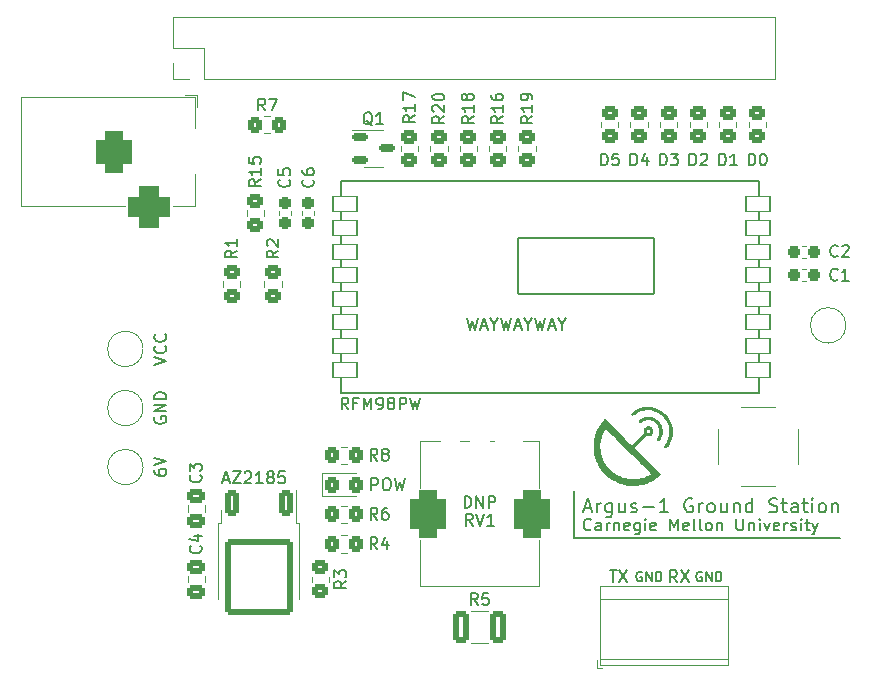
<source format=gbr>
%TF.GenerationSoftware,KiCad,Pcbnew,8.0.2-1*%
%TF.CreationDate,2024-05-25T15:23:03-04:00*%
%TF.ProjectId,Radio HAT,52616469-6f20-4484-9154-2e6b69636164,v1.1*%
%TF.SameCoordinates,Original*%
%TF.FileFunction,Legend,Top*%
%TF.FilePolarity,Positive*%
%FSLAX46Y46*%
G04 Gerber Fmt 4.6, Leading zero omitted, Abs format (unit mm)*
G04 Created by KiCad (PCBNEW 8.0.2-1) date 2024-05-25 15:23:03*
%MOMM*%
%LPD*%
G01*
G04 APERTURE LIST*
G04 Aperture macros list*
%AMRoundRect*
0 Rectangle with rounded corners*
0 $1 Rounding radius*
0 $2 $3 $4 $5 $6 $7 $8 $9 X,Y pos of 4 corners*
0 Add a 4 corners polygon primitive as box body*
4,1,4,$2,$3,$4,$5,$6,$7,$8,$9,$2,$3,0*
0 Add four circle primitives for the rounded corners*
1,1,$1+$1,$2,$3*
1,1,$1+$1,$4,$5*
1,1,$1+$1,$6,$7*
1,1,$1+$1,$8,$9*
0 Add four rect primitives between the rounded corners*
20,1,$1+$1,$2,$3,$4,$5,0*
20,1,$1+$1,$4,$5,$6,$7,0*
20,1,$1+$1,$6,$7,$8,$9,0*
20,1,$1+$1,$8,$9,$2,$3,0*%
G04 Aperture macros list end*
%ADD10C,0.150000*%
%ADD11C,0.140000*%
%ADD12C,0.200000*%
%ADD13C,0.120000*%
%ADD14C,0.127000*%
%ADD15C,0.000000*%
%ADD16RoundRect,0.250000X0.350000X0.450000X-0.350000X0.450000X-0.350000X-0.450000X0.350000X-0.450000X0*%
%ADD17R,2.100000X2.100000*%
%ADD18C,2.100000*%
%ADD19RoundRect,0.250000X-0.400000X-1.075000X0.400000X-1.075000X0.400000X1.075000X-0.400000X1.075000X0*%
%ADD20RoundRect,0.150000X-0.512500X-0.150000X0.512500X-0.150000X0.512500X0.150000X-0.512500X0.150000X0*%
%ADD21RoundRect,0.250000X-0.450000X0.350000X-0.450000X-0.350000X0.450000X-0.350000X0.450000X0.350000X0*%
%ADD22C,0.800000*%
%ADD23C,5.400000*%
%ADD24C,2.000000*%
%ADD25RoundRect,0.250000X0.450000X-0.350000X0.450000X0.350000X-0.450000X0.350000X-0.450000X-0.350000X0*%
%ADD26R,1.800000X1.800000*%
%ADD27C,1.800000*%
%ADD28RoundRect,0.750000X-0.750000X1.250000X-0.750000X-1.250000X0.750000X-1.250000X0.750000X1.250000X0*%
%ADD29RoundRect,0.250000X-0.475000X0.337500X-0.475000X-0.337500X0.475000X-0.337500X0.475000X0.337500X0*%
%ADD30RoundRect,0.237500X-0.300000X-0.237500X0.300000X-0.237500X0.300000X0.237500X-0.300000X0.237500X0*%
%ADD31C,2.050000*%
%ADD32C,2.250000*%
%ADD33RoundRect,0.250000X-0.350000X-0.450000X0.350000X-0.450000X0.350000X0.450000X-0.350000X0.450000X0*%
%ADD34RoundRect,0.250000X0.475000X-0.337500X0.475000X0.337500X-0.475000X0.337500X-0.475000X-0.337500X0*%
%ADD35R,1.700000X1.700000*%
%ADD36O,1.700000X1.700000*%
%ADD37RoundRect,0.250000X-0.350000X0.850000X-0.350000X-0.850000X0.350000X-0.850000X0.350000X0.850000X0*%
%ADD38RoundRect,0.249997X-2.650003X2.950003X-2.650003X-2.950003X2.650003X-2.950003X2.650003X2.950003X0*%
%ADD39RoundRect,0.063500X-1.000000X-0.650000X1.000000X-0.650000X1.000000X0.650000X-1.000000X0.650000X0*%
%ADD40RoundRect,0.063500X-5.750000X-2.350000X5.750000X-2.350000X5.750000X2.350000X-5.750000X2.350000X0*%
%ADD41R,3.500000X3.500000*%
%ADD42RoundRect,0.750000X-0.750000X-1.000000X0.750000X-1.000000X0.750000X1.000000X-0.750000X1.000000X0*%
%ADD43RoundRect,0.875000X-0.875000X-0.875000X0.875000X-0.875000X0.875000X0.875000X-0.875000X0.875000X0*%
%ADD44RoundRect,0.250000X-0.325000X-0.450000X0.325000X-0.450000X0.325000X0.450000X-0.325000X0.450000X0*%
%ADD45RoundRect,0.237500X-0.237500X0.300000X-0.237500X-0.300000X0.237500X-0.300000X0.237500X0.300000X0*%
G04 APERTURE END LIST*
D10*
X141000000Y-145000000D02*
X141000000Y-141000000D01*
X141000000Y-145000000D02*
X163500000Y-145000000D01*
X131714286Y-142454819D02*
X131714286Y-141454819D01*
X131714286Y-141454819D02*
X131952381Y-141454819D01*
X131952381Y-141454819D02*
X132095238Y-141502438D01*
X132095238Y-141502438D02*
X132190476Y-141597676D01*
X132190476Y-141597676D02*
X132238095Y-141692914D01*
X132238095Y-141692914D02*
X132285714Y-141883390D01*
X132285714Y-141883390D02*
X132285714Y-142026247D01*
X132285714Y-142026247D02*
X132238095Y-142216723D01*
X132238095Y-142216723D02*
X132190476Y-142311961D01*
X132190476Y-142311961D02*
X132095238Y-142407200D01*
X132095238Y-142407200D02*
X131952381Y-142454819D01*
X131952381Y-142454819D02*
X131714286Y-142454819D01*
X132714286Y-142454819D02*
X132714286Y-141454819D01*
X132714286Y-141454819D02*
X133285714Y-142454819D01*
X133285714Y-142454819D02*
X133285714Y-141454819D01*
X133761905Y-142454819D02*
X133761905Y-141454819D01*
X133761905Y-141454819D02*
X134142857Y-141454819D01*
X134142857Y-141454819D02*
X134238095Y-141502438D01*
X134238095Y-141502438D02*
X134285714Y-141550057D01*
X134285714Y-141550057D02*
X134333333Y-141645295D01*
X134333333Y-141645295D02*
X134333333Y-141788152D01*
X134333333Y-141788152D02*
X134285714Y-141883390D01*
X134285714Y-141883390D02*
X134238095Y-141931009D01*
X134238095Y-141931009D02*
X134142857Y-141978628D01*
X134142857Y-141978628D02*
X133761905Y-141978628D01*
X123836779Y-140954819D02*
X123836779Y-139954819D01*
X123836779Y-139954819D02*
X124217731Y-139954819D01*
X124217731Y-139954819D02*
X124312969Y-140002438D01*
X124312969Y-140002438D02*
X124360588Y-140050057D01*
X124360588Y-140050057D02*
X124408207Y-140145295D01*
X124408207Y-140145295D02*
X124408207Y-140288152D01*
X124408207Y-140288152D02*
X124360588Y-140383390D01*
X124360588Y-140383390D02*
X124312969Y-140431009D01*
X124312969Y-140431009D02*
X124217731Y-140478628D01*
X124217731Y-140478628D02*
X123836779Y-140478628D01*
X125027255Y-139954819D02*
X125217731Y-139954819D01*
X125217731Y-139954819D02*
X125312969Y-140002438D01*
X125312969Y-140002438D02*
X125408207Y-140097676D01*
X125408207Y-140097676D02*
X125455826Y-140288152D01*
X125455826Y-140288152D02*
X125455826Y-140621485D01*
X125455826Y-140621485D02*
X125408207Y-140811961D01*
X125408207Y-140811961D02*
X125312969Y-140907200D01*
X125312969Y-140907200D02*
X125217731Y-140954819D01*
X125217731Y-140954819D02*
X125027255Y-140954819D01*
X125027255Y-140954819D02*
X124932017Y-140907200D01*
X124932017Y-140907200D02*
X124836779Y-140811961D01*
X124836779Y-140811961D02*
X124789160Y-140621485D01*
X124789160Y-140621485D02*
X124789160Y-140288152D01*
X124789160Y-140288152D02*
X124836779Y-140097676D01*
X124836779Y-140097676D02*
X124932017Y-140002438D01*
X124932017Y-140002438D02*
X125027255Y-139954819D01*
X125789160Y-139954819D02*
X126027255Y-140954819D01*
X126027255Y-140954819D02*
X126217731Y-140240533D01*
X126217731Y-140240533D02*
X126408207Y-140954819D01*
X126408207Y-140954819D02*
X126646303Y-139954819D01*
X121875707Y-134119819D02*
X121542374Y-133643628D01*
X121304279Y-134119819D02*
X121304279Y-133119819D01*
X121304279Y-133119819D02*
X121685231Y-133119819D01*
X121685231Y-133119819D02*
X121780469Y-133167438D01*
X121780469Y-133167438D02*
X121828088Y-133215057D01*
X121828088Y-133215057D02*
X121875707Y-133310295D01*
X121875707Y-133310295D02*
X121875707Y-133453152D01*
X121875707Y-133453152D02*
X121828088Y-133548390D01*
X121828088Y-133548390D02*
X121780469Y-133596009D01*
X121780469Y-133596009D02*
X121685231Y-133643628D01*
X121685231Y-133643628D02*
X121304279Y-133643628D01*
X122637612Y-133596009D02*
X122304279Y-133596009D01*
X122304279Y-134119819D02*
X122304279Y-133119819D01*
X122304279Y-133119819D02*
X122780469Y-133119819D01*
X123161422Y-134119819D02*
X123161422Y-133119819D01*
X123161422Y-133119819D02*
X123494755Y-133834104D01*
X123494755Y-133834104D02*
X123828088Y-133119819D01*
X123828088Y-133119819D02*
X123828088Y-134119819D01*
X124351898Y-134119819D02*
X124542374Y-134119819D01*
X124542374Y-134119819D02*
X124637612Y-134072200D01*
X124637612Y-134072200D02*
X124685231Y-134024580D01*
X124685231Y-134024580D02*
X124780469Y-133881723D01*
X124780469Y-133881723D02*
X124828088Y-133691247D01*
X124828088Y-133691247D02*
X124828088Y-133310295D01*
X124828088Y-133310295D02*
X124780469Y-133215057D01*
X124780469Y-133215057D02*
X124732850Y-133167438D01*
X124732850Y-133167438D02*
X124637612Y-133119819D01*
X124637612Y-133119819D02*
X124447136Y-133119819D01*
X124447136Y-133119819D02*
X124351898Y-133167438D01*
X124351898Y-133167438D02*
X124304279Y-133215057D01*
X124304279Y-133215057D02*
X124256660Y-133310295D01*
X124256660Y-133310295D02*
X124256660Y-133548390D01*
X124256660Y-133548390D02*
X124304279Y-133643628D01*
X124304279Y-133643628D02*
X124351898Y-133691247D01*
X124351898Y-133691247D02*
X124447136Y-133738866D01*
X124447136Y-133738866D02*
X124637612Y-133738866D01*
X124637612Y-133738866D02*
X124732850Y-133691247D01*
X124732850Y-133691247D02*
X124780469Y-133643628D01*
X124780469Y-133643628D02*
X124828088Y-133548390D01*
X125399517Y-133548390D02*
X125304279Y-133500771D01*
X125304279Y-133500771D02*
X125256660Y-133453152D01*
X125256660Y-133453152D02*
X125209041Y-133357914D01*
X125209041Y-133357914D02*
X125209041Y-133310295D01*
X125209041Y-133310295D02*
X125256660Y-133215057D01*
X125256660Y-133215057D02*
X125304279Y-133167438D01*
X125304279Y-133167438D02*
X125399517Y-133119819D01*
X125399517Y-133119819D02*
X125589993Y-133119819D01*
X125589993Y-133119819D02*
X125685231Y-133167438D01*
X125685231Y-133167438D02*
X125732850Y-133215057D01*
X125732850Y-133215057D02*
X125780469Y-133310295D01*
X125780469Y-133310295D02*
X125780469Y-133357914D01*
X125780469Y-133357914D02*
X125732850Y-133453152D01*
X125732850Y-133453152D02*
X125685231Y-133500771D01*
X125685231Y-133500771D02*
X125589993Y-133548390D01*
X125589993Y-133548390D02*
X125399517Y-133548390D01*
X125399517Y-133548390D02*
X125304279Y-133596009D01*
X125304279Y-133596009D02*
X125256660Y-133643628D01*
X125256660Y-133643628D02*
X125209041Y-133738866D01*
X125209041Y-133738866D02*
X125209041Y-133929342D01*
X125209041Y-133929342D02*
X125256660Y-134024580D01*
X125256660Y-134024580D02*
X125304279Y-134072200D01*
X125304279Y-134072200D02*
X125399517Y-134119819D01*
X125399517Y-134119819D02*
X125589993Y-134119819D01*
X125589993Y-134119819D02*
X125685231Y-134072200D01*
X125685231Y-134072200D02*
X125732850Y-134024580D01*
X125732850Y-134024580D02*
X125780469Y-133929342D01*
X125780469Y-133929342D02*
X125780469Y-133738866D01*
X125780469Y-133738866D02*
X125732850Y-133643628D01*
X125732850Y-133643628D02*
X125685231Y-133596009D01*
X125685231Y-133596009D02*
X125589993Y-133548390D01*
X126209041Y-134119819D02*
X126209041Y-133119819D01*
X126209041Y-133119819D02*
X126589993Y-133119819D01*
X126589993Y-133119819D02*
X126685231Y-133167438D01*
X126685231Y-133167438D02*
X126732850Y-133215057D01*
X126732850Y-133215057D02*
X126780469Y-133310295D01*
X126780469Y-133310295D02*
X126780469Y-133453152D01*
X126780469Y-133453152D02*
X126732850Y-133548390D01*
X126732850Y-133548390D02*
X126685231Y-133596009D01*
X126685231Y-133596009D02*
X126589993Y-133643628D01*
X126589993Y-133643628D02*
X126209041Y-133643628D01*
X127113803Y-133119819D02*
X127351898Y-134119819D01*
X127351898Y-134119819D02*
X127542374Y-133405533D01*
X127542374Y-133405533D02*
X127732850Y-134119819D01*
X127732850Y-134119819D02*
X127970946Y-133119819D01*
X131959041Y-126369819D02*
X132197136Y-127369819D01*
X132197136Y-127369819D02*
X132387612Y-126655533D01*
X132387612Y-126655533D02*
X132578088Y-127369819D01*
X132578088Y-127369819D02*
X132816184Y-126369819D01*
X133149517Y-127084104D02*
X133625707Y-127084104D01*
X133054279Y-127369819D02*
X133387612Y-126369819D01*
X133387612Y-126369819D02*
X133720945Y-127369819D01*
X134244755Y-126893628D02*
X134244755Y-127369819D01*
X133911422Y-126369819D02*
X134244755Y-126893628D01*
X134244755Y-126893628D02*
X134578088Y-126369819D01*
X134816184Y-126369819D02*
X135054279Y-127369819D01*
X135054279Y-127369819D02*
X135244755Y-126655533D01*
X135244755Y-126655533D02*
X135435231Y-127369819D01*
X135435231Y-127369819D02*
X135673327Y-126369819D01*
X136006660Y-127084104D02*
X136482850Y-127084104D01*
X135911422Y-127369819D02*
X136244755Y-126369819D01*
X136244755Y-126369819D02*
X136578088Y-127369819D01*
X137101898Y-126893628D02*
X137101898Y-127369819D01*
X136768565Y-126369819D02*
X137101898Y-126893628D01*
X137101898Y-126893628D02*
X137435231Y-126369819D01*
X137673327Y-126369819D02*
X137911422Y-127369819D01*
X137911422Y-127369819D02*
X138101898Y-126655533D01*
X138101898Y-126655533D02*
X138292374Y-127369819D01*
X138292374Y-127369819D02*
X138530470Y-126369819D01*
X138863803Y-127084104D02*
X139339993Y-127084104D01*
X138768565Y-127369819D02*
X139101898Y-126369819D01*
X139101898Y-126369819D02*
X139435231Y-127369819D01*
X139959041Y-126893628D02*
X139959041Y-127369819D01*
X139625708Y-126369819D02*
X139959041Y-126893628D01*
X139959041Y-126893628D02*
X140292374Y-126369819D01*
X145761905Y-113454819D02*
X145761905Y-112454819D01*
X145761905Y-112454819D02*
X146000000Y-112454819D01*
X146000000Y-112454819D02*
X146142857Y-112502438D01*
X146142857Y-112502438D02*
X146238095Y-112597676D01*
X146238095Y-112597676D02*
X146285714Y-112692914D01*
X146285714Y-112692914D02*
X146333333Y-112883390D01*
X146333333Y-112883390D02*
X146333333Y-113026247D01*
X146333333Y-113026247D02*
X146285714Y-113216723D01*
X146285714Y-113216723D02*
X146238095Y-113311961D01*
X146238095Y-113311961D02*
X146142857Y-113407200D01*
X146142857Y-113407200D02*
X146000000Y-113454819D01*
X146000000Y-113454819D02*
X145761905Y-113454819D01*
X147190476Y-112788152D02*
X147190476Y-113454819D01*
X146952381Y-112407200D02*
X146714286Y-113121485D01*
X146714286Y-113121485D02*
X147333333Y-113121485D01*
X105454819Y-130333332D02*
X106454819Y-129999999D01*
X106454819Y-129999999D02*
X105454819Y-129666666D01*
X106359580Y-128761904D02*
X106407200Y-128809523D01*
X106407200Y-128809523D02*
X106454819Y-128952380D01*
X106454819Y-128952380D02*
X106454819Y-129047618D01*
X106454819Y-129047618D02*
X106407200Y-129190475D01*
X106407200Y-129190475D02*
X106311961Y-129285713D01*
X106311961Y-129285713D02*
X106216723Y-129333332D01*
X106216723Y-129333332D02*
X106026247Y-129380951D01*
X106026247Y-129380951D02*
X105883390Y-129380951D01*
X105883390Y-129380951D02*
X105692914Y-129333332D01*
X105692914Y-129333332D02*
X105597676Y-129285713D01*
X105597676Y-129285713D02*
X105502438Y-129190475D01*
X105502438Y-129190475D02*
X105454819Y-129047618D01*
X105454819Y-129047618D02*
X105454819Y-128952380D01*
X105454819Y-128952380D02*
X105502438Y-128809523D01*
X105502438Y-128809523D02*
X105550057Y-128761904D01*
X106359580Y-127761904D02*
X106407200Y-127809523D01*
X106407200Y-127809523D02*
X106454819Y-127952380D01*
X106454819Y-127952380D02*
X106454819Y-128047618D01*
X106454819Y-128047618D02*
X106407200Y-128190475D01*
X106407200Y-128190475D02*
X106311961Y-128285713D01*
X106311961Y-128285713D02*
X106216723Y-128333332D01*
X106216723Y-128333332D02*
X106026247Y-128380951D01*
X106026247Y-128380951D02*
X105883390Y-128380951D01*
X105883390Y-128380951D02*
X105692914Y-128333332D01*
X105692914Y-128333332D02*
X105597676Y-128285713D01*
X105597676Y-128285713D02*
X105502438Y-128190475D01*
X105502438Y-128190475D02*
X105454819Y-128047618D01*
X105454819Y-128047618D02*
X105454819Y-127952380D01*
X105454819Y-127952380D02*
X105502438Y-127809523D01*
X105502438Y-127809523D02*
X105550057Y-127761904D01*
X143261905Y-113454819D02*
X143261905Y-112454819D01*
X143261905Y-112454819D02*
X143500000Y-112454819D01*
X143500000Y-112454819D02*
X143642857Y-112502438D01*
X143642857Y-112502438D02*
X143738095Y-112597676D01*
X143738095Y-112597676D02*
X143785714Y-112692914D01*
X143785714Y-112692914D02*
X143833333Y-112883390D01*
X143833333Y-112883390D02*
X143833333Y-113026247D01*
X143833333Y-113026247D02*
X143785714Y-113216723D01*
X143785714Y-113216723D02*
X143738095Y-113311961D01*
X143738095Y-113311961D02*
X143642857Y-113407200D01*
X143642857Y-113407200D02*
X143500000Y-113454819D01*
X143500000Y-113454819D02*
X143261905Y-113454819D01*
X144738095Y-112454819D02*
X144261905Y-112454819D01*
X144261905Y-112454819D02*
X144214286Y-112931009D01*
X144214286Y-112931009D02*
X144261905Y-112883390D01*
X144261905Y-112883390D02*
X144357143Y-112835771D01*
X144357143Y-112835771D02*
X144595238Y-112835771D01*
X144595238Y-112835771D02*
X144690476Y-112883390D01*
X144690476Y-112883390D02*
X144738095Y-112931009D01*
X144738095Y-112931009D02*
X144785714Y-113026247D01*
X144785714Y-113026247D02*
X144785714Y-113264342D01*
X144785714Y-113264342D02*
X144738095Y-113359580D01*
X144738095Y-113359580D02*
X144690476Y-113407200D01*
X144690476Y-113407200D02*
X144595238Y-113454819D01*
X144595238Y-113454819D02*
X144357143Y-113454819D01*
X144357143Y-113454819D02*
X144261905Y-113407200D01*
X144261905Y-113407200D02*
X144214286Y-113359580D01*
X105502438Y-134761904D02*
X105454819Y-134857142D01*
X105454819Y-134857142D02*
X105454819Y-134999999D01*
X105454819Y-134999999D02*
X105502438Y-135142856D01*
X105502438Y-135142856D02*
X105597676Y-135238094D01*
X105597676Y-135238094D02*
X105692914Y-135285713D01*
X105692914Y-135285713D02*
X105883390Y-135333332D01*
X105883390Y-135333332D02*
X106026247Y-135333332D01*
X106026247Y-135333332D02*
X106216723Y-135285713D01*
X106216723Y-135285713D02*
X106311961Y-135238094D01*
X106311961Y-135238094D02*
X106407200Y-135142856D01*
X106407200Y-135142856D02*
X106454819Y-134999999D01*
X106454819Y-134999999D02*
X106454819Y-134904761D01*
X106454819Y-134904761D02*
X106407200Y-134761904D01*
X106407200Y-134761904D02*
X106359580Y-134714285D01*
X106359580Y-134714285D02*
X106026247Y-134714285D01*
X106026247Y-134714285D02*
X106026247Y-134904761D01*
X106454819Y-134285713D02*
X105454819Y-134285713D01*
X105454819Y-134285713D02*
X106454819Y-133714285D01*
X106454819Y-133714285D02*
X105454819Y-133714285D01*
X106454819Y-133238094D02*
X105454819Y-133238094D01*
X105454819Y-133238094D02*
X105454819Y-132999999D01*
X105454819Y-132999999D02*
X105502438Y-132857142D01*
X105502438Y-132857142D02*
X105597676Y-132761904D01*
X105597676Y-132761904D02*
X105692914Y-132714285D01*
X105692914Y-132714285D02*
X105883390Y-132666666D01*
X105883390Y-132666666D02*
X106026247Y-132666666D01*
X106026247Y-132666666D02*
X106216723Y-132714285D01*
X106216723Y-132714285D02*
X106311961Y-132761904D01*
X106311961Y-132761904D02*
X106407200Y-132857142D01*
X106407200Y-132857142D02*
X106454819Y-132999999D01*
X106454819Y-132999999D02*
X106454819Y-133238094D01*
X144018095Y-147754819D02*
X144589523Y-147754819D01*
X144303809Y-148754819D02*
X144303809Y-147754819D01*
X144827619Y-147754819D02*
X145494285Y-148754819D01*
X145494285Y-147754819D02*
X144827619Y-148754819D01*
X148261905Y-113454819D02*
X148261905Y-112454819D01*
X148261905Y-112454819D02*
X148500000Y-112454819D01*
X148500000Y-112454819D02*
X148642857Y-112502438D01*
X148642857Y-112502438D02*
X148738095Y-112597676D01*
X148738095Y-112597676D02*
X148785714Y-112692914D01*
X148785714Y-112692914D02*
X148833333Y-112883390D01*
X148833333Y-112883390D02*
X148833333Y-113026247D01*
X148833333Y-113026247D02*
X148785714Y-113216723D01*
X148785714Y-113216723D02*
X148738095Y-113311961D01*
X148738095Y-113311961D02*
X148642857Y-113407200D01*
X148642857Y-113407200D02*
X148500000Y-113454819D01*
X148500000Y-113454819D02*
X148261905Y-113454819D01*
X149166667Y-112454819D02*
X149785714Y-112454819D01*
X149785714Y-112454819D02*
X149452381Y-112835771D01*
X149452381Y-112835771D02*
X149595238Y-112835771D01*
X149595238Y-112835771D02*
X149690476Y-112883390D01*
X149690476Y-112883390D02*
X149738095Y-112931009D01*
X149738095Y-112931009D02*
X149785714Y-113026247D01*
X149785714Y-113026247D02*
X149785714Y-113264342D01*
X149785714Y-113264342D02*
X149738095Y-113359580D01*
X149738095Y-113359580D02*
X149690476Y-113407200D01*
X149690476Y-113407200D02*
X149595238Y-113454819D01*
X149595238Y-113454819D02*
X149309524Y-113454819D01*
X149309524Y-113454819D02*
X149214286Y-113407200D01*
X149214286Y-113407200D02*
X149166667Y-113359580D01*
X111289160Y-140084104D02*
X111765350Y-140084104D01*
X111193922Y-140369819D02*
X111527255Y-139369819D01*
X111527255Y-139369819D02*
X111860588Y-140369819D01*
X112098684Y-139369819D02*
X112765350Y-139369819D01*
X112765350Y-139369819D02*
X112098684Y-140369819D01*
X112098684Y-140369819D02*
X112765350Y-140369819D01*
X113098684Y-139465057D02*
X113146303Y-139417438D01*
X113146303Y-139417438D02*
X113241541Y-139369819D01*
X113241541Y-139369819D02*
X113479636Y-139369819D01*
X113479636Y-139369819D02*
X113574874Y-139417438D01*
X113574874Y-139417438D02*
X113622493Y-139465057D01*
X113622493Y-139465057D02*
X113670112Y-139560295D01*
X113670112Y-139560295D02*
X113670112Y-139655533D01*
X113670112Y-139655533D02*
X113622493Y-139798390D01*
X113622493Y-139798390D02*
X113051065Y-140369819D01*
X113051065Y-140369819D02*
X113670112Y-140369819D01*
X114622493Y-140369819D02*
X114051065Y-140369819D01*
X114336779Y-140369819D02*
X114336779Y-139369819D01*
X114336779Y-139369819D02*
X114241541Y-139512676D01*
X114241541Y-139512676D02*
X114146303Y-139607914D01*
X114146303Y-139607914D02*
X114051065Y-139655533D01*
X115193922Y-139798390D02*
X115098684Y-139750771D01*
X115098684Y-139750771D02*
X115051065Y-139703152D01*
X115051065Y-139703152D02*
X115003446Y-139607914D01*
X115003446Y-139607914D02*
X115003446Y-139560295D01*
X115003446Y-139560295D02*
X115051065Y-139465057D01*
X115051065Y-139465057D02*
X115098684Y-139417438D01*
X115098684Y-139417438D02*
X115193922Y-139369819D01*
X115193922Y-139369819D02*
X115384398Y-139369819D01*
X115384398Y-139369819D02*
X115479636Y-139417438D01*
X115479636Y-139417438D02*
X115527255Y-139465057D01*
X115527255Y-139465057D02*
X115574874Y-139560295D01*
X115574874Y-139560295D02*
X115574874Y-139607914D01*
X115574874Y-139607914D02*
X115527255Y-139703152D01*
X115527255Y-139703152D02*
X115479636Y-139750771D01*
X115479636Y-139750771D02*
X115384398Y-139798390D01*
X115384398Y-139798390D02*
X115193922Y-139798390D01*
X115193922Y-139798390D02*
X115098684Y-139846009D01*
X115098684Y-139846009D02*
X115051065Y-139893628D01*
X115051065Y-139893628D02*
X115003446Y-139988866D01*
X115003446Y-139988866D02*
X115003446Y-140179342D01*
X115003446Y-140179342D02*
X115051065Y-140274580D01*
X115051065Y-140274580D02*
X115098684Y-140322200D01*
X115098684Y-140322200D02*
X115193922Y-140369819D01*
X115193922Y-140369819D02*
X115384398Y-140369819D01*
X115384398Y-140369819D02*
X115479636Y-140322200D01*
X115479636Y-140322200D02*
X115527255Y-140274580D01*
X115527255Y-140274580D02*
X115574874Y-140179342D01*
X115574874Y-140179342D02*
X115574874Y-139988866D01*
X115574874Y-139988866D02*
X115527255Y-139893628D01*
X115527255Y-139893628D02*
X115479636Y-139846009D01*
X115479636Y-139846009D02*
X115384398Y-139798390D01*
X116479636Y-139369819D02*
X116003446Y-139369819D01*
X116003446Y-139369819D02*
X115955827Y-139846009D01*
X115955827Y-139846009D02*
X116003446Y-139798390D01*
X116003446Y-139798390D02*
X116098684Y-139750771D01*
X116098684Y-139750771D02*
X116336779Y-139750771D01*
X116336779Y-139750771D02*
X116432017Y-139798390D01*
X116432017Y-139798390D02*
X116479636Y-139846009D01*
X116479636Y-139846009D02*
X116527255Y-139941247D01*
X116527255Y-139941247D02*
X116527255Y-140179342D01*
X116527255Y-140179342D02*
X116479636Y-140274580D01*
X116479636Y-140274580D02*
X116432017Y-140322200D01*
X116432017Y-140322200D02*
X116336779Y-140369819D01*
X116336779Y-140369819D02*
X116098684Y-140369819D01*
X116098684Y-140369819D02*
X116003446Y-140322200D01*
X116003446Y-140322200D02*
X115955827Y-140274580D01*
D11*
X146710476Y-147900910D02*
X146634286Y-147862815D01*
X146634286Y-147862815D02*
X146520000Y-147862815D01*
X146520000Y-147862815D02*
X146405714Y-147900910D01*
X146405714Y-147900910D02*
X146329524Y-147977100D01*
X146329524Y-147977100D02*
X146291429Y-148053291D01*
X146291429Y-148053291D02*
X146253333Y-148205672D01*
X146253333Y-148205672D02*
X146253333Y-148319958D01*
X146253333Y-148319958D02*
X146291429Y-148472339D01*
X146291429Y-148472339D02*
X146329524Y-148548529D01*
X146329524Y-148548529D02*
X146405714Y-148624720D01*
X146405714Y-148624720D02*
X146520000Y-148662815D01*
X146520000Y-148662815D02*
X146596191Y-148662815D01*
X146596191Y-148662815D02*
X146710476Y-148624720D01*
X146710476Y-148624720D02*
X146748572Y-148586624D01*
X146748572Y-148586624D02*
X146748572Y-148319958D01*
X146748572Y-148319958D02*
X146596191Y-148319958D01*
X147091429Y-148662815D02*
X147091429Y-147862815D01*
X147091429Y-147862815D02*
X147548572Y-148662815D01*
X147548572Y-148662815D02*
X147548572Y-147862815D01*
X147929524Y-148662815D02*
X147929524Y-147862815D01*
X147929524Y-147862815D02*
X148120000Y-147862815D01*
X148120000Y-147862815D02*
X148234286Y-147900910D01*
X148234286Y-147900910D02*
X148310476Y-147977100D01*
X148310476Y-147977100D02*
X148348571Y-148053291D01*
X148348571Y-148053291D02*
X148386667Y-148205672D01*
X148386667Y-148205672D02*
X148386667Y-148319958D01*
X148386667Y-148319958D02*
X148348571Y-148472339D01*
X148348571Y-148472339D02*
X148310476Y-148548529D01*
X148310476Y-148548529D02*
X148234286Y-148624720D01*
X148234286Y-148624720D02*
X148120000Y-148662815D01*
X148120000Y-148662815D02*
X147929524Y-148662815D01*
D10*
X153261905Y-113454819D02*
X153261905Y-112454819D01*
X153261905Y-112454819D02*
X153500000Y-112454819D01*
X153500000Y-112454819D02*
X153642857Y-112502438D01*
X153642857Y-112502438D02*
X153738095Y-112597676D01*
X153738095Y-112597676D02*
X153785714Y-112692914D01*
X153785714Y-112692914D02*
X153833333Y-112883390D01*
X153833333Y-112883390D02*
X153833333Y-113026247D01*
X153833333Y-113026247D02*
X153785714Y-113216723D01*
X153785714Y-113216723D02*
X153738095Y-113311961D01*
X153738095Y-113311961D02*
X153642857Y-113407200D01*
X153642857Y-113407200D02*
X153500000Y-113454819D01*
X153500000Y-113454819D02*
X153261905Y-113454819D01*
X154785714Y-113454819D02*
X154214286Y-113454819D01*
X154500000Y-113454819D02*
X154500000Y-112454819D01*
X154500000Y-112454819D02*
X154404762Y-112597676D01*
X154404762Y-112597676D02*
X154309524Y-112692914D01*
X154309524Y-112692914D02*
X154214286Y-112740533D01*
X149693333Y-148754819D02*
X149360000Y-148278628D01*
X149121905Y-148754819D02*
X149121905Y-147754819D01*
X149121905Y-147754819D02*
X149502857Y-147754819D01*
X149502857Y-147754819D02*
X149598095Y-147802438D01*
X149598095Y-147802438D02*
X149645714Y-147850057D01*
X149645714Y-147850057D02*
X149693333Y-147945295D01*
X149693333Y-147945295D02*
X149693333Y-148088152D01*
X149693333Y-148088152D02*
X149645714Y-148183390D01*
X149645714Y-148183390D02*
X149598095Y-148231009D01*
X149598095Y-148231009D02*
X149502857Y-148278628D01*
X149502857Y-148278628D02*
X149121905Y-148278628D01*
X150026667Y-147754819D02*
X150693333Y-148754819D01*
X150693333Y-147754819D02*
X150026667Y-148754819D01*
X150761905Y-113454819D02*
X150761905Y-112454819D01*
X150761905Y-112454819D02*
X151000000Y-112454819D01*
X151000000Y-112454819D02*
X151142857Y-112502438D01*
X151142857Y-112502438D02*
X151238095Y-112597676D01*
X151238095Y-112597676D02*
X151285714Y-112692914D01*
X151285714Y-112692914D02*
X151333333Y-112883390D01*
X151333333Y-112883390D02*
X151333333Y-113026247D01*
X151333333Y-113026247D02*
X151285714Y-113216723D01*
X151285714Y-113216723D02*
X151238095Y-113311961D01*
X151238095Y-113311961D02*
X151142857Y-113407200D01*
X151142857Y-113407200D02*
X151000000Y-113454819D01*
X151000000Y-113454819D02*
X150761905Y-113454819D01*
X151714286Y-112550057D02*
X151761905Y-112502438D01*
X151761905Y-112502438D02*
X151857143Y-112454819D01*
X151857143Y-112454819D02*
X152095238Y-112454819D01*
X152095238Y-112454819D02*
X152190476Y-112502438D01*
X152190476Y-112502438D02*
X152238095Y-112550057D01*
X152238095Y-112550057D02*
X152285714Y-112645295D01*
X152285714Y-112645295D02*
X152285714Y-112740533D01*
X152285714Y-112740533D02*
X152238095Y-112883390D01*
X152238095Y-112883390D02*
X151666667Y-113454819D01*
X151666667Y-113454819D02*
X152285714Y-113454819D01*
D12*
X141860149Y-142499885D02*
X142431578Y-142499885D01*
X141745863Y-142842742D02*
X142145863Y-141642742D01*
X142145863Y-141642742D02*
X142545863Y-142842742D01*
X142945863Y-142842742D02*
X142945863Y-142042742D01*
X142945863Y-142271314D02*
X143003006Y-142157028D01*
X143003006Y-142157028D02*
X143060149Y-142099885D01*
X143060149Y-142099885D02*
X143174434Y-142042742D01*
X143174434Y-142042742D02*
X143288720Y-142042742D01*
X144203006Y-142042742D02*
X144203006Y-143014171D01*
X144203006Y-143014171D02*
X144145863Y-143128457D01*
X144145863Y-143128457D02*
X144088720Y-143185600D01*
X144088720Y-143185600D02*
X143974434Y-143242742D01*
X143974434Y-143242742D02*
X143803006Y-143242742D01*
X143803006Y-143242742D02*
X143688720Y-143185600D01*
X144203006Y-142785600D02*
X144088720Y-142842742D01*
X144088720Y-142842742D02*
X143860148Y-142842742D01*
X143860148Y-142842742D02*
X143745863Y-142785600D01*
X143745863Y-142785600D02*
X143688720Y-142728457D01*
X143688720Y-142728457D02*
X143631577Y-142614171D01*
X143631577Y-142614171D02*
X143631577Y-142271314D01*
X143631577Y-142271314D02*
X143688720Y-142157028D01*
X143688720Y-142157028D02*
X143745863Y-142099885D01*
X143745863Y-142099885D02*
X143860148Y-142042742D01*
X143860148Y-142042742D02*
X144088720Y-142042742D01*
X144088720Y-142042742D02*
X144203006Y-142099885D01*
X145288720Y-142042742D02*
X145288720Y-142842742D01*
X144774434Y-142042742D02*
X144774434Y-142671314D01*
X144774434Y-142671314D02*
X144831577Y-142785600D01*
X144831577Y-142785600D02*
X144945862Y-142842742D01*
X144945862Y-142842742D02*
X145117291Y-142842742D01*
X145117291Y-142842742D02*
X145231577Y-142785600D01*
X145231577Y-142785600D02*
X145288720Y-142728457D01*
X145803005Y-142785600D02*
X145917291Y-142842742D01*
X145917291Y-142842742D02*
X146145862Y-142842742D01*
X146145862Y-142842742D02*
X146260148Y-142785600D01*
X146260148Y-142785600D02*
X146317291Y-142671314D01*
X146317291Y-142671314D02*
X146317291Y-142614171D01*
X146317291Y-142614171D02*
X146260148Y-142499885D01*
X146260148Y-142499885D02*
X146145862Y-142442742D01*
X146145862Y-142442742D02*
X145974434Y-142442742D01*
X145974434Y-142442742D02*
X145860148Y-142385600D01*
X145860148Y-142385600D02*
X145803005Y-142271314D01*
X145803005Y-142271314D02*
X145803005Y-142214171D01*
X145803005Y-142214171D02*
X145860148Y-142099885D01*
X145860148Y-142099885D02*
X145974434Y-142042742D01*
X145974434Y-142042742D02*
X146145862Y-142042742D01*
X146145862Y-142042742D02*
X146260148Y-142099885D01*
X146831577Y-142385600D02*
X147745863Y-142385600D01*
X148945862Y-142842742D02*
X148260148Y-142842742D01*
X148603005Y-142842742D02*
X148603005Y-141642742D01*
X148603005Y-141642742D02*
X148488719Y-141814171D01*
X148488719Y-141814171D02*
X148374434Y-141928457D01*
X148374434Y-141928457D02*
X148260148Y-141985600D01*
X151003005Y-141699885D02*
X150888720Y-141642742D01*
X150888720Y-141642742D02*
X150717291Y-141642742D01*
X150717291Y-141642742D02*
X150545862Y-141699885D01*
X150545862Y-141699885D02*
X150431577Y-141814171D01*
X150431577Y-141814171D02*
X150374434Y-141928457D01*
X150374434Y-141928457D02*
X150317291Y-142157028D01*
X150317291Y-142157028D02*
X150317291Y-142328457D01*
X150317291Y-142328457D02*
X150374434Y-142557028D01*
X150374434Y-142557028D02*
X150431577Y-142671314D01*
X150431577Y-142671314D02*
X150545862Y-142785600D01*
X150545862Y-142785600D02*
X150717291Y-142842742D01*
X150717291Y-142842742D02*
X150831577Y-142842742D01*
X150831577Y-142842742D02*
X151003005Y-142785600D01*
X151003005Y-142785600D02*
X151060148Y-142728457D01*
X151060148Y-142728457D02*
X151060148Y-142328457D01*
X151060148Y-142328457D02*
X150831577Y-142328457D01*
X151574434Y-142842742D02*
X151574434Y-142042742D01*
X151574434Y-142271314D02*
X151631577Y-142157028D01*
X151631577Y-142157028D02*
X151688720Y-142099885D01*
X151688720Y-142099885D02*
X151803005Y-142042742D01*
X151803005Y-142042742D02*
X151917291Y-142042742D01*
X152488719Y-142842742D02*
X152374434Y-142785600D01*
X152374434Y-142785600D02*
X152317291Y-142728457D01*
X152317291Y-142728457D02*
X152260148Y-142614171D01*
X152260148Y-142614171D02*
X152260148Y-142271314D01*
X152260148Y-142271314D02*
X152317291Y-142157028D01*
X152317291Y-142157028D02*
X152374434Y-142099885D01*
X152374434Y-142099885D02*
X152488719Y-142042742D01*
X152488719Y-142042742D02*
X152660148Y-142042742D01*
X152660148Y-142042742D02*
X152774434Y-142099885D01*
X152774434Y-142099885D02*
X152831577Y-142157028D01*
X152831577Y-142157028D02*
X152888719Y-142271314D01*
X152888719Y-142271314D02*
X152888719Y-142614171D01*
X152888719Y-142614171D02*
X152831577Y-142728457D01*
X152831577Y-142728457D02*
X152774434Y-142785600D01*
X152774434Y-142785600D02*
X152660148Y-142842742D01*
X152660148Y-142842742D02*
X152488719Y-142842742D01*
X153917291Y-142042742D02*
X153917291Y-142842742D01*
X153403005Y-142042742D02*
X153403005Y-142671314D01*
X153403005Y-142671314D02*
X153460148Y-142785600D01*
X153460148Y-142785600D02*
X153574433Y-142842742D01*
X153574433Y-142842742D02*
X153745862Y-142842742D01*
X153745862Y-142842742D02*
X153860148Y-142785600D01*
X153860148Y-142785600D02*
X153917291Y-142728457D01*
X154488719Y-142042742D02*
X154488719Y-142842742D01*
X154488719Y-142157028D02*
X154545862Y-142099885D01*
X154545862Y-142099885D02*
X154660147Y-142042742D01*
X154660147Y-142042742D02*
X154831576Y-142042742D01*
X154831576Y-142042742D02*
X154945862Y-142099885D01*
X154945862Y-142099885D02*
X155003005Y-142214171D01*
X155003005Y-142214171D02*
X155003005Y-142842742D01*
X156088719Y-142842742D02*
X156088719Y-141642742D01*
X156088719Y-142785600D02*
X155974433Y-142842742D01*
X155974433Y-142842742D02*
X155745861Y-142842742D01*
X155745861Y-142842742D02*
X155631576Y-142785600D01*
X155631576Y-142785600D02*
X155574433Y-142728457D01*
X155574433Y-142728457D02*
X155517290Y-142614171D01*
X155517290Y-142614171D02*
X155517290Y-142271314D01*
X155517290Y-142271314D02*
X155574433Y-142157028D01*
X155574433Y-142157028D02*
X155631576Y-142099885D01*
X155631576Y-142099885D02*
X155745861Y-142042742D01*
X155745861Y-142042742D02*
X155974433Y-142042742D01*
X155974433Y-142042742D02*
X156088719Y-142099885D01*
X157517290Y-142785600D02*
X157688719Y-142842742D01*
X157688719Y-142842742D02*
X157974433Y-142842742D01*
X157974433Y-142842742D02*
X158088719Y-142785600D01*
X158088719Y-142785600D02*
X158145861Y-142728457D01*
X158145861Y-142728457D02*
X158203004Y-142614171D01*
X158203004Y-142614171D02*
X158203004Y-142499885D01*
X158203004Y-142499885D02*
X158145861Y-142385600D01*
X158145861Y-142385600D02*
X158088719Y-142328457D01*
X158088719Y-142328457D02*
X157974433Y-142271314D01*
X157974433Y-142271314D02*
X157745861Y-142214171D01*
X157745861Y-142214171D02*
X157631576Y-142157028D01*
X157631576Y-142157028D02*
X157574433Y-142099885D01*
X157574433Y-142099885D02*
X157517290Y-141985600D01*
X157517290Y-141985600D02*
X157517290Y-141871314D01*
X157517290Y-141871314D02*
X157574433Y-141757028D01*
X157574433Y-141757028D02*
X157631576Y-141699885D01*
X157631576Y-141699885D02*
X157745861Y-141642742D01*
X157745861Y-141642742D02*
X158031576Y-141642742D01*
X158031576Y-141642742D02*
X158203004Y-141699885D01*
X158545861Y-142042742D02*
X159003004Y-142042742D01*
X158717290Y-141642742D02*
X158717290Y-142671314D01*
X158717290Y-142671314D02*
X158774433Y-142785600D01*
X158774433Y-142785600D02*
X158888718Y-142842742D01*
X158888718Y-142842742D02*
X159003004Y-142842742D01*
X159917290Y-142842742D02*
X159917290Y-142214171D01*
X159917290Y-142214171D02*
X159860147Y-142099885D01*
X159860147Y-142099885D02*
X159745861Y-142042742D01*
X159745861Y-142042742D02*
X159517290Y-142042742D01*
X159517290Y-142042742D02*
X159403004Y-142099885D01*
X159917290Y-142785600D02*
X159803004Y-142842742D01*
X159803004Y-142842742D02*
X159517290Y-142842742D01*
X159517290Y-142842742D02*
X159403004Y-142785600D01*
X159403004Y-142785600D02*
X159345861Y-142671314D01*
X159345861Y-142671314D02*
X159345861Y-142557028D01*
X159345861Y-142557028D02*
X159403004Y-142442742D01*
X159403004Y-142442742D02*
X159517290Y-142385600D01*
X159517290Y-142385600D02*
X159803004Y-142385600D01*
X159803004Y-142385600D02*
X159917290Y-142328457D01*
X160317289Y-142042742D02*
X160774432Y-142042742D01*
X160488718Y-141642742D02*
X160488718Y-142671314D01*
X160488718Y-142671314D02*
X160545861Y-142785600D01*
X160545861Y-142785600D02*
X160660146Y-142842742D01*
X160660146Y-142842742D02*
X160774432Y-142842742D01*
X161174432Y-142842742D02*
X161174432Y-142042742D01*
X161174432Y-141642742D02*
X161117289Y-141699885D01*
X161117289Y-141699885D02*
X161174432Y-141757028D01*
X161174432Y-141757028D02*
X161231575Y-141699885D01*
X161231575Y-141699885D02*
X161174432Y-141642742D01*
X161174432Y-141642742D02*
X161174432Y-141757028D01*
X161917289Y-142842742D02*
X161803004Y-142785600D01*
X161803004Y-142785600D02*
X161745861Y-142728457D01*
X161745861Y-142728457D02*
X161688718Y-142614171D01*
X161688718Y-142614171D02*
X161688718Y-142271314D01*
X161688718Y-142271314D02*
X161745861Y-142157028D01*
X161745861Y-142157028D02*
X161803004Y-142099885D01*
X161803004Y-142099885D02*
X161917289Y-142042742D01*
X161917289Y-142042742D02*
X162088718Y-142042742D01*
X162088718Y-142042742D02*
X162203004Y-142099885D01*
X162203004Y-142099885D02*
X162260147Y-142157028D01*
X162260147Y-142157028D02*
X162317289Y-142271314D01*
X162317289Y-142271314D02*
X162317289Y-142614171D01*
X162317289Y-142614171D02*
X162260147Y-142728457D01*
X162260147Y-142728457D02*
X162203004Y-142785600D01*
X162203004Y-142785600D02*
X162088718Y-142842742D01*
X162088718Y-142842742D02*
X161917289Y-142842742D01*
X162831575Y-142042742D02*
X162831575Y-142842742D01*
X162831575Y-142157028D02*
X162888718Y-142099885D01*
X162888718Y-142099885D02*
X163003003Y-142042742D01*
X163003003Y-142042742D02*
X163174432Y-142042742D01*
X163174432Y-142042742D02*
X163288718Y-142099885D01*
X163288718Y-142099885D02*
X163345861Y-142214171D01*
X163345861Y-142214171D02*
X163345861Y-142842742D01*
D10*
X142408207Y-144274580D02*
X142360588Y-144322200D01*
X142360588Y-144322200D02*
X142217731Y-144369819D01*
X142217731Y-144369819D02*
X142122493Y-144369819D01*
X142122493Y-144369819D02*
X141979636Y-144322200D01*
X141979636Y-144322200D02*
X141884398Y-144226961D01*
X141884398Y-144226961D02*
X141836779Y-144131723D01*
X141836779Y-144131723D02*
X141789160Y-143941247D01*
X141789160Y-143941247D02*
X141789160Y-143798390D01*
X141789160Y-143798390D02*
X141836779Y-143607914D01*
X141836779Y-143607914D02*
X141884398Y-143512676D01*
X141884398Y-143512676D02*
X141979636Y-143417438D01*
X141979636Y-143417438D02*
X142122493Y-143369819D01*
X142122493Y-143369819D02*
X142217731Y-143369819D01*
X142217731Y-143369819D02*
X142360588Y-143417438D01*
X142360588Y-143417438D02*
X142408207Y-143465057D01*
X143265350Y-144369819D02*
X143265350Y-143846009D01*
X143265350Y-143846009D02*
X143217731Y-143750771D01*
X143217731Y-143750771D02*
X143122493Y-143703152D01*
X143122493Y-143703152D02*
X142932017Y-143703152D01*
X142932017Y-143703152D02*
X142836779Y-143750771D01*
X143265350Y-144322200D02*
X143170112Y-144369819D01*
X143170112Y-144369819D02*
X142932017Y-144369819D01*
X142932017Y-144369819D02*
X142836779Y-144322200D01*
X142836779Y-144322200D02*
X142789160Y-144226961D01*
X142789160Y-144226961D02*
X142789160Y-144131723D01*
X142789160Y-144131723D02*
X142836779Y-144036485D01*
X142836779Y-144036485D02*
X142932017Y-143988866D01*
X142932017Y-143988866D02*
X143170112Y-143988866D01*
X143170112Y-143988866D02*
X143265350Y-143941247D01*
X143741541Y-144369819D02*
X143741541Y-143703152D01*
X143741541Y-143893628D02*
X143789160Y-143798390D01*
X143789160Y-143798390D02*
X143836779Y-143750771D01*
X143836779Y-143750771D02*
X143932017Y-143703152D01*
X143932017Y-143703152D02*
X144027255Y-143703152D01*
X144360589Y-143703152D02*
X144360589Y-144369819D01*
X144360589Y-143798390D02*
X144408208Y-143750771D01*
X144408208Y-143750771D02*
X144503446Y-143703152D01*
X144503446Y-143703152D02*
X144646303Y-143703152D01*
X144646303Y-143703152D02*
X144741541Y-143750771D01*
X144741541Y-143750771D02*
X144789160Y-143846009D01*
X144789160Y-143846009D02*
X144789160Y-144369819D01*
X145646303Y-144322200D02*
X145551065Y-144369819D01*
X145551065Y-144369819D02*
X145360589Y-144369819D01*
X145360589Y-144369819D02*
X145265351Y-144322200D01*
X145265351Y-144322200D02*
X145217732Y-144226961D01*
X145217732Y-144226961D02*
X145217732Y-143846009D01*
X145217732Y-143846009D02*
X145265351Y-143750771D01*
X145265351Y-143750771D02*
X145360589Y-143703152D01*
X145360589Y-143703152D02*
X145551065Y-143703152D01*
X145551065Y-143703152D02*
X145646303Y-143750771D01*
X145646303Y-143750771D02*
X145693922Y-143846009D01*
X145693922Y-143846009D02*
X145693922Y-143941247D01*
X145693922Y-143941247D02*
X145217732Y-144036485D01*
X146551065Y-143703152D02*
X146551065Y-144512676D01*
X146551065Y-144512676D02*
X146503446Y-144607914D01*
X146503446Y-144607914D02*
X146455827Y-144655533D01*
X146455827Y-144655533D02*
X146360589Y-144703152D01*
X146360589Y-144703152D02*
X146217732Y-144703152D01*
X146217732Y-144703152D02*
X146122494Y-144655533D01*
X146551065Y-144322200D02*
X146455827Y-144369819D01*
X146455827Y-144369819D02*
X146265351Y-144369819D01*
X146265351Y-144369819D02*
X146170113Y-144322200D01*
X146170113Y-144322200D02*
X146122494Y-144274580D01*
X146122494Y-144274580D02*
X146074875Y-144179342D01*
X146074875Y-144179342D02*
X146074875Y-143893628D01*
X146074875Y-143893628D02*
X146122494Y-143798390D01*
X146122494Y-143798390D02*
X146170113Y-143750771D01*
X146170113Y-143750771D02*
X146265351Y-143703152D01*
X146265351Y-143703152D02*
X146455827Y-143703152D01*
X146455827Y-143703152D02*
X146551065Y-143750771D01*
X147027256Y-144369819D02*
X147027256Y-143703152D01*
X147027256Y-143369819D02*
X146979637Y-143417438D01*
X146979637Y-143417438D02*
X147027256Y-143465057D01*
X147027256Y-143465057D02*
X147074875Y-143417438D01*
X147074875Y-143417438D02*
X147027256Y-143369819D01*
X147027256Y-143369819D02*
X147027256Y-143465057D01*
X147884398Y-144322200D02*
X147789160Y-144369819D01*
X147789160Y-144369819D02*
X147598684Y-144369819D01*
X147598684Y-144369819D02*
X147503446Y-144322200D01*
X147503446Y-144322200D02*
X147455827Y-144226961D01*
X147455827Y-144226961D02*
X147455827Y-143846009D01*
X147455827Y-143846009D02*
X147503446Y-143750771D01*
X147503446Y-143750771D02*
X147598684Y-143703152D01*
X147598684Y-143703152D02*
X147789160Y-143703152D01*
X147789160Y-143703152D02*
X147884398Y-143750771D01*
X147884398Y-143750771D02*
X147932017Y-143846009D01*
X147932017Y-143846009D02*
X147932017Y-143941247D01*
X147932017Y-143941247D02*
X147455827Y-144036485D01*
X149122494Y-144369819D02*
X149122494Y-143369819D01*
X149122494Y-143369819D02*
X149455827Y-144084104D01*
X149455827Y-144084104D02*
X149789160Y-143369819D01*
X149789160Y-143369819D02*
X149789160Y-144369819D01*
X150646303Y-144322200D02*
X150551065Y-144369819D01*
X150551065Y-144369819D02*
X150360589Y-144369819D01*
X150360589Y-144369819D02*
X150265351Y-144322200D01*
X150265351Y-144322200D02*
X150217732Y-144226961D01*
X150217732Y-144226961D02*
X150217732Y-143846009D01*
X150217732Y-143846009D02*
X150265351Y-143750771D01*
X150265351Y-143750771D02*
X150360589Y-143703152D01*
X150360589Y-143703152D02*
X150551065Y-143703152D01*
X150551065Y-143703152D02*
X150646303Y-143750771D01*
X150646303Y-143750771D02*
X150693922Y-143846009D01*
X150693922Y-143846009D02*
X150693922Y-143941247D01*
X150693922Y-143941247D02*
X150217732Y-144036485D01*
X151265351Y-144369819D02*
X151170113Y-144322200D01*
X151170113Y-144322200D02*
X151122494Y-144226961D01*
X151122494Y-144226961D02*
X151122494Y-143369819D01*
X151789161Y-144369819D02*
X151693923Y-144322200D01*
X151693923Y-144322200D02*
X151646304Y-144226961D01*
X151646304Y-144226961D02*
X151646304Y-143369819D01*
X152312971Y-144369819D02*
X152217733Y-144322200D01*
X152217733Y-144322200D02*
X152170114Y-144274580D01*
X152170114Y-144274580D02*
X152122495Y-144179342D01*
X152122495Y-144179342D02*
X152122495Y-143893628D01*
X152122495Y-143893628D02*
X152170114Y-143798390D01*
X152170114Y-143798390D02*
X152217733Y-143750771D01*
X152217733Y-143750771D02*
X152312971Y-143703152D01*
X152312971Y-143703152D02*
X152455828Y-143703152D01*
X152455828Y-143703152D02*
X152551066Y-143750771D01*
X152551066Y-143750771D02*
X152598685Y-143798390D01*
X152598685Y-143798390D02*
X152646304Y-143893628D01*
X152646304Y-143893628D02*
X152646304Y-144179342D01*
X152646304Y-144179342D02*
X152598685Y-144274580D01*
X152598685Y-144274580D02*
X152551066Y-144322200D01*
X152551066Y-144322200D02*
X152455828Y-144369819D01*
X152455828Y-144369819D02*
X152312971Y-144369819D01*
X153074876Y-143703152D02*
X153074876Y-144369819D01*
X153074876Y-143798390D02*
X153122495Y-143750771D01*
X153122495Y-143750771D02*
X153217733Y-143703152D01*
X153217733Y-143703152D02*
X153360590Y-143703152D01*
X153360590Y-143703152D02*
X153455828Y-143750771D01*
X153455828Y-143750771D02*
X153503447Y-143846009D01*
X153503447Y-143846009D02*
X153503447Y-144369819D01*
X154741543Y-143369819D02*
X154741543Y-144179342D01*
X154741543Y-144179342D02*
X154789162Y-144274580D01*
X154789162Y-144274580D02*
X154836781Y-144322200D01*
X154836781Y-144322200D02*
X154932019Y-144369819D01*
X154932019Y-144369819D02*
X155122495Y-144369819D01*
X155122495Y-144369819D02*
X155217733Y-144322200D01*
X155217733Y-144322200D02*
X155265352Y-144274580D01*
X155265352Y-144274580D02*
X155312971Y-144179342D01*
X155312971Y-144179342D02*
X155312971Y-143369819D01*
X155789162Y-143703152D02*
X155789162Y-144369819D01*
X155789162Y-143798390D02*
X155836781Y-143750771D01*
X155836781Y-143750771D02*
X155932019Y-143703152D01*
X155932019Y-143703152D02*
X156074876Y-143703152D01*
X156074876Y-143703152D02*
X156170114Y-143750771D01*
X156170114Y-143750771D02*
X156217733Y-143846009D01*
X156217733Y-143846009D02*
X156217733Y-144369819D01*
X156693924Y-144369819D02*
X156693924Y-143703152D01*
X156693924Y-143369819D02*
X156646305Y-143417438D01*
X156646305Y-143417438D02*
X156693924Y-143465057D01*
X156693924Y-143465057D02*
X156741543Y-143417438D01*
X156741543Y-143417438D02*
X156693924Y-143369819D01*
X156693924Y-143369819D02*
X156693924Y-143465057D01*
X157074876Y-143703152D02*
X157312971Y-144369819D01*
X157312971Y-144369819D02*
X157551066Y-143703152D01*
X158312971Y-144322200D02*
X158217733Y-144369819D01*
X158217733Y-144369819D02*
X158027257Y-144369819D01*
X158027257Y-144369819D02*
X157932019Y-144322200D01*
X157932019Y-144322200D02*
X157884400Y-144226961D01*
X157884400Y-144226961D02*
X157884400Y-143846009D01*
X157884400Y-143846009D02*
X157932019Y-143750771D01*
X157932019Y-143750771D02*
X158027257Y-143703152D01*
X158027257Y-143703152D02*
X158217733Y-143703152D01*
X158217733Y-143703152D02*
X158312971Y-143750771D01*
X158312971Y-143750771D02*
X158360590Y-143846009D01*
X158360590Y-143846009D02*
X158360590Y-143941247D01*
X158360590Y-143941247D02*
X157884400Y-144036485D01*
X158789162Y-144369819D02*
X158789162Y-143703152D01*
X158789162Y-143893628D02*
X158836781Y-143798390D01*
X158836781Y-143798390D02*
X158884400Y-143750771D01*
X158884400Y-143750771D02*
X158979638Y-143703152D01*
X158979638Y-143703152D02*
X159074876Y-143703152D01*
X159360591Y-144322200D02*
X159455829Y-144369819D01*
X159455829Y-144369819D02*
X159646305Y-144369819D01*
X159646305Y-144369819D02*
X159741543Y-144322200D01*
X159741543Y-144322200D02*
X159789162Y-144226961D01*
X159789162Y-144226961D02*
X159789162Y-144179342D01*
X159789162Y-144179342D02*
X159741543Y-144084104D01*
X159741543Y-144084104D02*
X159646305Y-144036485D01*
X159646305Y-144036485D02*
X159503448Y-144036485D01*
X159503448Y-144036485D02*
X159408210Y-143988866D01*
X159408210Y-143988866D02*
X159360591Y-143893628D01*
X159360591Y-143893628D02*
X159360591Y-143846009D01*
X159360591Y-143846009D02*
X159408210Y-143750771D01*
X159408210Y-143750771D02*
X159503448Y-143703152D01*
X159503448Y-143703152D02*
X159646305Y-143703152D01*
X159646305Y-143703152D02*
X159741543Y-143750771D01*
X160217734Y-144369819D02*
X160217734Y-143703152D01*
X160217734Y-143369819D02*
X160170115Y-143417438D01*
X160170115Y-143417438D02*
X160217734Y-143465057D01*
X160217734Y-143465057D02*
X160265353Y-143417438D01*
X160265353Y-143417438D02*
X160217734Y-143369819D01*
X160217734Y-143369819D02*
X160217734Y-143465057D01*
X160551067Y-143703152D02*
X160932019Y-143703152D01*
X160693924Y-143369819D02*
X160693924Y-144226961D01*
X160693924Y-144226961D02*
X160741543Y-144322200D01*
X160741543Y-144322200D02*
X160836781Y-144369819D01*
X160836781Y-144369819D02*
X160932019Y-144369819D01*
X161170115Y-143703152D02*
X161408210Y-144369819D01*
X161646305Y-143703152D02*
X161408210Y-144369819D01*
X161408210Y-144369819D02*
X161312972Y-144607914D01*
X161312972Y-144607914D02*
X161265353Y-144655533D01*
X161265353Y-144655533D02*
X161170115Y-144703152D01*
X155761905Y-113454819D02*
X155761905Y-112454819D01*
X155761905Y-112454819D02*
X156000000Y-112454819D01*
X156000000Y-112454819D02*
X156142857Y-112502438D01*
X156142857Y-112502438D02*
X156238095Y-112597676D01*
X156238095Y-112597676D02*
X156285714Y-112692914D01*
X156285714Y-112692914D02*
X156333333Y-112883390D01*
X156333333Y-112883390D02*
X156333333Y-113026247D01*
X156333333Y-113026247D02*
X156285714Y-113216723D01*
X156285714Y-113216723D02*
X156238095Y-113311961D01*
X156238095Y-113311961D02*
X156142857Y-113407200D01*
X156142857Y-113407200D02*
X156000000Y-113454819D01*
X156000000Y-113454819D02*
X155761905Y-113454819D01*
X156952381Y-112454819D02*
X157047619Y-112454819D01*
X157047619Y-112454819D02*
X157142857Y-112502438D01*
X157142857Y-112502438D02*
X157190476Y-112550057D01*
X157190476Y-112550057D02*
X157238095Y-112645295D01*
X157238095Y-112645295D02*
X157285714Y-112835771D01*
X157285714Y-112835771D02*
X157285714Y-113073866D01*
X157285714Y-113073866D02*
X157238095Y-113264342D01*
X157238095Y-113264342D02*
X157190476Y-113359580D01*
X157190476Y-113359580D02*
X157142857Y-113407200D01*
X157142857Y-113407200D02*
X157047619Y-113454819D01*
X157047619Y-113454819D02*
X156952381Y-113454819D01*
X156952381Y-113454819D02*
X156857143Y-113407200D01*
X156857143Y-113407200D02*
X156809524Y-113359580D01*
X156809524Y-113359580D02*
X156761905Y-113264342D01*
X156761905Y-113264342D02*
X156714286Y-113073866D01*
X156714286Y-113073866D02*
X156714286Y-112835771D01*
X156714286Y-112835771D02*
X156761905Y-112645295D01*
X156761905Y-112645295D02*
X156809524Y-112550057D01*
X156809524Y-112550057D02*
X156857143Y-112502438D01*
X156857143Y-112502438D02*
X156952381Y-112454819D01*
D11*
X151790476Y-147900910D02*
X151714286Y-147862815D01*
X151714286Y-147862815D02*
X151600000Y-147862815D01*
X151600000Y-147862815D02*
X151485714Y-147900910D01*
X151485714Y-147900910D02*
X151409524Y-147977100D01*
X151409524Y-147977100D02*
X151371429Y-148053291D01*
X151371429Y-148053291D02*
X151333333Y-148205672D01*
X151333333Y-148205672D02*
X151333333Y-148319958D01*
X151333333Y-148319958D02*
X151371429Y-148472339D01*
X151371429Y-148472339D02*
X151409524Y-148548529D01*
X151409524Y-148548529D02*
X151485714Y-148624720D01*
X151485714Y-148624720D02*
X151600000Y-148662815D01*
X151600000Y-148662815D02*
X151676191Y-148662815D01*
X151676191Y-148662815D02*
X151790476Y-148624720D01*
X151790476Y-148624720D02*
X151828572Y-148586624D01*
X151828572Y-148586624D02*
X151828572Y-148319958D01*
X151828572Y-148319958D02*
X151676191Y-148319958D01*
X152171429Y-148662815D02*
X152171429Y-147862815D01*
X152171429Y-147862815D02*
X152628572Y-148662815D01*
X152628572Y-148662815D02*
X152628572Y-147862815D01*
X153009524Y-148662815D02*
X153009524Y-147862815D01*
X153009524Y-147862815D02*
X153200000Y-147862815D01*
X153200000Y-147862815D02*
X153314286Y-147900910D01*
X153314286Y-147900910D02*
X153390476Y-147977100D01*
X153390476Y-147977100D02*
X153428571Y-148053291D01*
X153428571Y-148053291D02*
X153466667Y-148205672D01*
X153466667Y-148205672D02*
X153466667Y-148319958D01*
X153466667Y-148319958D02*
X153428571Y-148472339D01*
X153428571Y-148472339D02*
X153390476Y-148548529D01*
X153390476Y-148548529D02*
X153314286Y-148624720D01*
X153314286Y-148624720D02*
X153200000Y-148662815D01*
X153200000Y-148662815D02*
X153009524Y-148662815D01*
D10*
X105454819Y-139238095D02*
X105454819Y-139428571D01*
X105454819Y-139428571D02*
X105502438Y-139523809D01*
X105502438Y-139523809D02*
X105550057Y-139571428D01*
X105550057Y-139571428D02*
X105692914Y-139666666D01*
X105692914Y-139666666D02*
X105883390Y-139714285D01*
X105883390Y-139714285D02*
X106264342Y-139714285D01*
X106264342Y-139714285D02*
X106359580Y-139666666D01*
X106359580Y-139666666D02*
X106407200Y-139619047D01*
X106407200Y-139619047D02*
X106454819Y-139523809D01*
X106454819Y-139523809D02*
X106454819Y-139333333D01*
X106454819Y-139333333D02*
X106407200Y-139238095D01*
X106407200Y-139238095D02*
X106359580Y-139190476D01*
X106359580Y-139190476D02*
X106264342Y-139142857D01*
X106264342Y-139142857D02*
X106026247Y-139142857D01*
X106026247Y-139142857D02*
X105931009Y-139190476D01*
X105931009Y-139190476D02*
X105883390Y-139238095D01*
X105883390Y-139238095D02*
X105835771Y-139333333D01*
X105835771Y-139333333D02*
X105835771Y-139523809D01*
X105835771Y-139523809D02*
X105883390Y-139619047D01*
X105883390Y-139619047D02*
X105931009Y-139666666D01*
X105931009Y-139666666D02*
X106026247Y-139714285D01*
X105454819Y-138857142D02*
X106454819Y-138523809D01*
X106454819Y-138523809D02*
X105454819Y-138190476D01*
X124333333Y-138454819D02*
X124000000Y-137978628D01*
X123761905Y-138454819D02*
X123761905Y-137454819D01*
X123761905Y-137454819D02*
X124142857Y-137454819D01*
X124142857Y-137454819D02*
X124238095Y-137502438D01*
X124238095Y-137502438D02*
X124285714Y-137550057D01*
X124285714Y-137550057D02*
X124333333Y-137645295D01*
X124333333Y-137645295D02*
X124333333Y-137788152D01*
X124333333Y-137788152D02*
X124285714Y-137883390D01*
X124285714Y-137883390D02*
X124238095Y-137931009D01*
X124238095Y-137931009D02*
X124142857Y-137978628D01*
X124142857Y-137978628D02*
X123761905Y-137978628D01*
X124904762Y-137883390D02*
X124809524Y-137835771D01*
X124809524Y-137835771D02*
X124761905Y-137788152D01*
X124761905Y-137788152D02*
X124714286Y-137692914D01*
X124714286Y-137692914D02*
X124714286Y-137645295D01*
X124714286Y-137645295D02*
X124761905Y-137550057D01*
X124761905Y-137550057D02*
X124809524Y-137502438D01*
X124809524Y-137502438D02*
X124904762Y-137454819D01*
X124904762Y-137454819D02*
X125095238Y-137454819D01*
X125095238Y-137454819D02*
X125190476Y-137502438D01*
X125190476Y-137502438D02*
X125238095Y-137550057D01*
X125238095Y-137550057D02*
X125285714Y-137645295D01*
X125285714Y-137645295D02*
X125285714Y-137692914D01*
X125285714Y-137692914D02*
X125238095Y-137788152D01*
X125238095Y-137788152D02*
X125190476Y-137835771D01*
X125190476Y-137835771D02*
X125095238Y-137883390D01*
X125095238Y-137883390D02*
X124904762Y-137883390D01*
X124904762Y-137883390D02*
X124809524Y-137931009D01*
X124809524Y-137931009D02*
X124761905Y-137978628D01*
X124761905Y-137978628D02*
X124714286Y-138073866D01*
X124714286Y-138073866D02*
X124714286Y-138264342D01*
X124714286Y-138264342D02*
X124761905Y-138359580D01*
X124761905Y-138359580D02*
X124809524Y-138407200D01*
X124809524Y-138407200D02*
X124904762Y-138454819D01*
X124904762Y-138454819D02*
X125095238Y-138454819D01*
X125095238Y-138454819D02*
X125190476Y-138407200D01*
X125190476Y-138407200D02*
X125238095Y-138359580D01*
X125238095Y-138359580D02*
X125285714Y-138264342D01*
X125285714Y-138264342D02*
X125285714Y-138073866D01*
X125285714Y-138073866D02*
X125238095Y-137978628D01*
X125238095Y-137978628D02*
X125190476Y-137931009D01*
X125190476Y-137931009D02*
X125095238Y-137883390D01*
X132833333Y-150674819D02*
X132500000Y-150198628D01*
X132261905Y-150674819D02*
X132261905Y-149674819D01*
X132261905Y-149674819D02*
X132642857Y-149674819D01*
X132642857Y-149674819D02*
X132738095Y-149722438D01*
X132738095Y-149722438D02*
X132785714Y-149770057D01*
X132785714Y-149770057D02*
X132833333Y-149865295D01*
X132833333Y-149865295D02*
X132833333Y-150008152D01*
X132833333Y-150008152D02*
X132785714Y-150103390D01*
X132785714Y-150103390D02*
X132738095Y-150151009D01*
X132738095Y-150151009D02*
X132642857Y-150198628D01*
X132642857Y-150198628D02*
X132261905Y-150198628D01*
X133738095Y-149674819D02*
X133261905Y-149674819D01*
X133261905Y-149674819D02*
X133214286Y-150151009D01*
X133214286Y-150151009D02*
X133261905Y-150103390D01*
X133261905Y-150103390D02*
X133357143Y-150055771D01*
X133357143Y-150055771D02*
X133595238Y-150055771D01*
X133595238Y-150055771D02*
X133690476Y-150103390D01*
X133690476Y-150103390D02*
X133738095Y-150151009D01*
X133738095Y-150151009D02*
X133785714Y-150246247D01*
X133785714Y-150246247D02*
X133785714Y-150484342D01*
X133785714Y-150484342D02*
X133738095Y-150579580D01*
X133738095Y-150579580D02*
X133690476Y-150627200D01*
X133690476Y-150627200D02*
X133595238Y-150674819D01*
X133595238Y-150674819D02*
X133357143Y-150674819D01*
X133357143Y-150674819D02*
X133261905Y-150627200D01*
X133261905Y-150627200D02*
X133214286Y-150579580D01*
X123904761Y-110064057D02*
X123809523Y-110016438D01*
X123809523Y-110016438D02*
X123714285Y-109921200D01*
X123714285Y-109921200D02*
X123571428Y-109778342D01*
X123571428Y-109778342D02*
X123476190Y-109730723D01*
X123476190Y-109730723D02*
X123380952Y-109730723D01*
X123428571Y-109968819D02*
X123333333Y-109921200D01*
X123333333Y-109921200D02*
X123238095Y-109825961D01*
X123238095Y-109825961D02*
X123190476Y-109635485D01*
X123190476Y-109635485D02*
X123190476Y-109302152D01*
X123190476Y-109302152D02*
X123238095Y-109111676D01*
X123238095Y-109111676D02*
X123333333Y-109016438D01*
X123333333Y-109016438D02*
X123428571Y-108968819D01*
X123428571Y-108968819D02*
X123619047Y-108968819D01*
X123619047Y-108968819D02*
X123714285Y-109016438D01*
X123714285Y-109016438D02*
X123809523Y-109111676D01*
X123809523Y-109111676D02*
X123857142Y-109302152D01*
X123857142Y-109302152D02*
X123857142Y-109635485D01*
X123857142Y-109635485D02*
X123809523Y-109825961D01*
X123809523Y-109825961D02*
X123714285Y-109921200D01*
X123714285Y-109921200D02*
X123619047Y-109968819D01*
X123619047Y-109968819D02*
X123428571Y-109968819D01*
X124809523Y-109968819D02*
X124238095Y-109968819D01*
X124523809Y-109968819D02*
X124523809Y-108968819D01*
X124523809Y-108968819D02*
X124428571Y-109111676D01*
X124428571Y-109111676D02*
X124333333Y-109206914D01*
X124333333Y-109206914D02*
X124238095Y-109254533D01*
X134973219Y-109278657D02*
X134497028Y-109611990D01*
X134973219Y-109850085D02*
X133973219Y-109850085D01*
X133973219Y-109850085D02*
X133973219Y-109469133D01*
X133973219Y-109469133D02*
X134020838Y-109373895D01*
X134020838Y-109373895D02*
X134068457Y-109326276D01*
X134068457Y-109326276D02*
X134163695Y-109278657D01*
X134163695Y-109278657D02*
X134306552Y-109278657D01*
X134306552Y-109278657D02*
X134401790Y-109326276D01*
X134401790Y-109326276D02*
X134449409Y-109373895D01*
X134449409Y-109373895D02*
X134497028Y-109469133D01*
X134497028Y-109469133D02*
X134497028Y-109850085D01*
X134973219Y-108326276D02*
X134973219Y-108897704D01*
X134973219Y-108611990D02*
X133973219Y-108611990D01*
X133973219Y-108611990D02*
X134116076Y-108707228D01*
X134116076Y-108707228D02*
X134211314Y-108802466D01*
X134211314Y-108802466D02*
X134258933Y-108897704D01*
X133973219Y-107469133D02*
X133973219Y-107659609D01*
X133973219Y-107659609D02*
X134020838Y-107754847D01*
X134020838Y-107754847D02*
X134068457Y-107802466D01*
X134068457Y-107802466D02*
X134211314Y-107897704D01*
X134211314Y-107897704D02*
X134401790Y-107945323D01*
X134401790Y-107945323D02*
X134782742Y-107945323D01*
X134782742Y-107945323D02*
X134877980Y-107897704D01*
X134877980Y-107897704D02*
X134925600Y-107850085D01*
X134925600Y-107850085D02*
X134973219Y-107754847D01*
X134973219Y-107754847D02*
X134973219Y-107564371D01*
X134973219Y-107564371D02*
X134925600Y-107469133D01*
X134925600Y-107469133D02*
X134877980Y-107421514D01*
X134877980Y-107421514D02*
X134782742Y-107373895D01*
X134782742Y-107373895D02*
X134544647Y-107373895D01*
X134544647Y-107373895D02*
X134449409Y-107421514D01*
X134449409Y-107421514D02*
X134401790Y-107469133D01*
X134401790Y-107469133D02*
X134354171Y-107564371D01*
X134354171Y-107564371D02*
X134354171Y-107754847D01*
X134354171Y-107754847D02*
X134401790Y-107850085D01*
X134401790Y-107850085D02*
X134449409Y-107897704D01*
X134449409Y-107897704D02*
X134544647Y-107945323D01*
X121704819Y-148666666D02*
X121228628Y-148999999D01*
X121704819Y-149238094D02*
X120704819Y-149238094D01*
X120704819Y-149238094D02*
X120704819Y-148857142D01*
X120704819Y-148857142D02*
X120752438Y-148761904D01*
X120752438Y-148761904D02*
X120800057Y-148714285D01*
X120800057Y-148714285D02*
X120895295Y-148666666D01*
X120895295Y-148666666D02*
X121038152Y-148666666D01*
X121038152Y-148666666D02*
X121133390Y-148714285D01*
X121133390Y-148714285D02*
X121181009Y-148761904D01*
X121181009Y-148761904D02*
X121228628Y-148857142D01*
X121228628Y-148857142D02*
X121228628Y-149238094D01*
X120704819Y-148333332D02*
X120704819Y-147714285D01*
X120704819Y-147714285D02*
X121085771Y-148047618D01*
X121085771Y-148047618D02*
X121085771Y-147904761D01*
X121085771Y-147904761D02*
X121133390Y-147809523D01*
X121133390Y-147809523D02*
X121181009Y-147761904D01*
X121181009Y-147761904D02*
X121276247Y-147714285D01*
X121276247Y-147714285D02*
X121514342Y-147714285D01*
X121514342Y-147714285D02*
X121609580Y-147761904D01*
X121609580Y-147761904D02*
X121657200Y-147809523D01*
X121657200Y-147809523D02*
X121704819Y-147904761D01*
X121704819Y-147904761D02*
X121704819Y-148190475D01*
X121704819Y-148190475D02*
X121657200Y-148285713D01*
X121657200Y-148285713D02*
X121609580Y-148333332D01*
X132484019Y-109278657D02*
X132007828Y-109611990D01*
X132484019Y-109850085D02*
X131484019Y-109850085D01*
X131484019Y-109850085D02*
X131484019Y-109469133D01*
X131484019Y-109469133D02*
X131531638Y-109373895D01*
X131531638Y-109373895D02*
X131579257Y-109326276D01*
X131579257Y-109326276D02*
X131674495Y-109278657D01*
X131674495Y-109278657D02*
X131817352Y-109278657D01*
X131817352Y-109278657D02*
X131912590Y-109326276D01*
X131912590Y-109326276D02*
X131960209Y-109373895D01*
X131960209Y-109373895D02*
X132007828Y-109469133D01*
X132007828Y-109469133D02*
X132007828Y-109850085D01*
X132484019Y-108326276D02*
X132484019Y-108897704D01*
X132484019Y-108611990D02*
X131484019Y-108611990D01*
X131484019Y-108611990D02*
X131626876Y-108707228D01*
X131626876Y-108707228D02*
X131722114Y-108802466D01*
X131722114Y-108802466D02*
X131769733Y-108897704D01*
X131912590Y-107754847D02*
X131864971Y-107850085D01*
X131864971Y-107850085D02*
X131817352Y-107897704D01*
X131817352Y-107897704D02*
X131722114Y-107945323D01*
X131722114Y-107945323D02*
X131674495Y-107945323D01*
X131674495Y-107945323D02*
X131579257Y-107897704D01*
X131579257Y-107897704D02*
X131531638Y-107850085D01*
X131531638Y-107850085D02*
X131484019Y-107754847D01*
X131484019Y-107754847D02*
X131484019Y-107564371D01*
X131484019Y-107564371D02*
X131531638Y-107469133D01*
X131531638Y-107469133D02*
X131579257Y-107421514D01*
X131579257Y-107421514D02*
X131674495Y-107373895D01*
X131674495Y-107373895D02*
X131722114Y-107373895D01*
X131722114Y-107373895D02*
X131817352Y-107421514D01*
X131817352Y-107421514D02*
X131864971Y-107469133D01*
X131864971Y-107469133D02*
X131912590Y-107564371D01*
X131912590Y-107564371D02*
X131912590Y-107754847D01*
X131912590Y-107754847D02*
X131960209Y-107850085D01*
X131960209Y-107850085D02*
X132007828Y-107897704D01*
X132007828Y-107897704D02*
X132103066Y-107945323D01*
X132103066Y-107945323D02*
X132293542Y-107945323D01*
X132293542Y-107945323D02*
X132388780Y-107897704D01*
X132388780Y-107897704D02*
X132436400Y-107850085D01*
X132436400Y-107850085D02*
X132484019Y-107754847D01*
X132484019Y-107754847D02*
X132484019Y-107564371D01*
X132484019Y-107564371D02*
X132436400Y-107469133D01*
X132436400Y-107469133D02*
X132388780Y-107421514D01*
X132388780Y-107421514D02*
X132293542Y-107373895D01*
X132293542Y-107373895D02*
X132103066Y-107373895D01*
X132103066Y-107373895D02*
X132007828Y-107421514D01*
X132007828Y-107421514D02*
X131960209Y-107469133D01*
X131960209Y-107469133D02*
X131912590Y-107564371D01*
X132404761Y-143954819D02*
X132071428Y-143478628D01*
X131833333Y-143954819D02*
X131833333Y-142954819D01*
X131833333Y-142954819D02*
X132214285Y-142954819D01*
X132214285Y-142954819D02*
X132309523Y-143002438D01*
X132309523Y-143002438D02*
X132357142Y-143050057D01*
X132357142Y-143050057D02*
X132404761Y-143145295D01*
X132404761Y-143145295D02*
X132404761Y-143288152D01*
X132404761Y-143288152D02*
X132357142Y-143383390D01*
X132357142Y-143383390D02*
X132309523Y-143431009D01*
X132309523Y-143431009D02*
X132214285Y-143478628D01*
X132214285Y-143478628D02*
X131833333Y-143478628D01*
X132690476Y-142954819D02*
X133023809Y-143954819D01*
X133023809Y-143954819D02*
X133357142Y-142954819D01*
X134214285Y-143954819D02*
X133642857Y-143954819D01*
X133928571Y-143954819D02*
X133928571Y-142954819D01*
X133928571Y-142954819D02*
X133833333Y-143097676D01*
X133833333Y-143097676D02*
X133738095Y-143192914D01*
X133738095Y-143192914D02*
X133642857Y-143240533D01*
X109359580Y-139666666D02*
X109407200Y-139714285D01*
X109407200Y-139714285D02*
X109454819Y-139857142D01*
X109454819Y-139857142D02*
X109454819Y-139952380D01*
X109454819Y-139952380D02*
X109407200Y-140095237D01*
X109407200Y-140095237D02*
X109311961Y-140190475D01*
X109311961Y-140190475D02*
X109216723Y-140238094D01*
X109216723Y-140238094D02*
X109026247Y-140285713D01*
X109026247Y-140285713D02*
X108883390Y-140285713D01*
X108883390Y-140285713D02*
X108692914Y-140238094D01*
X108692914Y-140238094D02*
X108597676Y-140190475D01*
X108597676Y-140190475D02*
X108502438Y-140095237D01*
X108502438Y-140095237D02*
X108454819Y-139952380D01*
X108454819Y-139952380D02*
X108454819Y-139857142D01*
X108454819Y-139857142D02*
X108502438Y-139714285D01*
X108502438Y-139714285D02*
X108550057Y-139666666D01*
X108454819Y-139333332D02*
X108454819Y-138714285D01*
X108454819Y-138714285D02*
X108835771Y-139047618D01*
X108835771Y-139047618D02*
X108835771Y-138904761D01*
X108835771Y-138904761D02*
X108883390Y-138809523D01*
X108883390Y-138809523D02*
X108931009Y-138761904D01*
X108931009Y-138761904D02*
X109026247Y-138714285D01*
X109026247Y-138714285D02*
X109264342Y-138714285D01*
X109264342Y-138714285D02*
X109359580Y-138761904D01*
X109359580Y-138761904D02*
X109407200Y-138809523D01*
X109407200Y-138809523D02*
X109454819Y-138904761D01*
X109454819Y-138904761D02*
X109454819Y-139190475D01*
X109454819Y-139190475D02*
X109407200Y-139285713D01*
X109407200Y-139285713D02*
X109359580Y-139333332D01*
X127505619Y-109227857D02*
X127029428Y-109561190D01*
X127505619Y-109799285D02*
X126505619Y-109799285D01*
X126505619Y-109799285D02*
X126505619Y-109418333D01*
X126505619Y-109418333D02*
X126553238Y-109323095D01*
X126553238Y-109323095D02*
X126600857Y-109275476D01*
X126600857Y-109275476D02*
X126696095Y-109227857D01*
X126696095Y-109227857D02*
X126838952Y-109227857D01*
X126838952Y-109227857D02*
X126934190Y-109275476D01*
X126934190Y-109275476D02*
X126981809Y-109323095D01*
X126981809Y-109323095D02*
X127029428Y-109418333D01*
X127029428Y-109418333D02*
X127029428Y-109799285D01*
X127505619Y-108275476D02*
X127505619Y-108846904D01*
X127505619Y-108561190D02*
X126505619Y-108561190D01*
X126505619Y-108561190D02*
X126648476Y-108656428D01*
X126648476Y-108656428D02*
X126743714Y-108751666D01*
X126743714Y-108751666D02*
X126791333Y-108846904D01*
X126505619Y-107942142D02*
X126505619Y-107275476D01*
X126505619Y-107275476D02*
X127505619Y-107704047D01*
X163300833Y-121109580D02*
X163253214Y-121157200D01*
X163253214Y-121157200D02*
X163110357Y-121204819D01*
X163110357Y-121204819D02*
X163015119Y-121204819D01*
X163015119Y-121204819D02*
X162872262Y-121157200D01*
X162872262Y-121157200D02*
X162777024Y-121061961D01*
X162777024Y-121061961D02*
X162729405Y-120966723D01*
X162729405Y-120966723D02*
X162681786Y-120776247D01*
X162681786Y-120776247D02*
X162681786Y-120633390D01*
X162681786Y-120633390D02*
X162729405Y-120442914D01*
X162729405Y-120442914D02*
X162777024Y-120347676D01*
X162777024Y-120347676D02*
X162872262Y-120252438D01*
X162872262Y-120252438D02*
X163015119Y-120204819D01*
X163015119Y-120204819D02*
X163110357Y-120204819D01*
X163110357Y-120204819D02*
X163253214Y-120252438D01*
X163253214Y-120252438D02*
X163300833Y-120300057D01*
X163681786Y-120300057D02*
X163729405Y-120252438D01*
X163729405Y-120252438D02*
X163824643Y-120204819D01*
X163824643Y-120204819D02*
X164062738Y-120204819D01*
X164062738Y-120204819D02*
X164157976Y-120252438D01*
X164157976Y-120252438D02*
X164205595Y-120300057D01*
X164205595Y-120300057D02*
X164253214Y-120395295D01*
X164253214Y-120395295D02*
X164253214Y-120490533D01*
X164253214Y-120490533D02*
X164205595Y-120633390D01*
X164205595Y-120633390D02*
X163634167Y-121204819D01*
X163634167Y-121204819D02*
X164253214Y-121204819D01*
X115954819Y-120666666D02*
X115478628Y-120999999D01*
X115954819Y-121238094D02*
X114954819Y-121238094D01*
X114954819Y-121238094D02*
X114954819Y-120857142D01*
X114954819Y-120857142D02*
X115002438Y-120761904D01*
X115002438Y-120761904D02*
X115050057Y-120714285D01*
X115050057Y-120714285D02*
X115145295Y-120666666D01*
X115145295Y-120666666D02*
X115288152Y-120666666D01*
X115288152Y-120666666D02*
X115383390Y-120714285D01*
X115383390Y-120714285D02*
X115431009Y-120761904D01*
X115431009Y-120761904D02*
X115478628Y-120857142D01*
X115478628Y-120857142D02*
X115478628Y-121238094D01*
X115050057Y-120285713D02*
X115002438Y-120238094D01*
X115002438Y-120238094D02*
X114954819Y-120142856D01*
X114954819Y-120142856D02*
X114954819Y-119904761D01*
X114954819Y-119904761D02*
X115002438Y-119809523D01*
X115002438Y-119809523D02*
X115050057Y-119761904D01*
X115050057Y-119761904D02*
X115145295Y-119714285D01*
X115145295Y-119714285D02*
X115240533Y-119714285D01*
X115240533Y-119714285D02*
X115383390Y-119761904D01*
X115383390Y-119761904D02*
X115954819Y-120333332D01*
X115954819Y-120333332D02*
X115954819Y-119714285D01*
X114833333Y-108804819D02*
X114500000Y-108328628D01*
X114261905Y-108804819D02*
X114261905Y-107804819D01*
X114261905Y-107804819D02*
X114642857Y-107804819D01*
X114642857Y-107804819D02*
X114738095Y-107852438D01*
X114738095Y-107852438D02*
X114785714Y-107900057D01*
X114785714Y-107900057D02*
X114833333Y-107995295D01*
X114833333Y-107995295D02*
X114833333Y-108138152D01*
X114833333Y-108138152D02*
X114785714Y-108233390D01*
X114785714Y-108233390D02*
X114738095Y-108281009D01*
X114738095Y-108281009D02*
X114642857Y-108328628D01*
X114642857Y-108328628D02*
X114261905Y-108328628D01*
X115166667Y-107804819D02*
X115833333Y-107804819D01*
X115833333Y-107804819D02*
X115404762Y-108804819D01*
X109359580Y-145666666D02*
X109407200Y-145714285D01*
X109407200Y-145714285D02*
X109454819Y-145857142D01*
X109454819Y-145857142D02*
X109454819Y-145952380D01*
X109454819Y-145952380D02*
X109407200Y-146095237D01*
X109407200Y-146095237D02*
X109311961Y-146190475D01*
X109311961Y-146190475D02*
X109216723Y-146238094D01*
X109216723Y-146238094D02*
X109026247Y-146285713D01*
X109026247Y-146285713D02*
X108883390Y-146285713D01*
X108883390Y-146285713D02*
X108692914Y-146238094D01*
X108692914Y-146238094D02*
X108597676Y-146190475D01*
X108597676Y-146190475D02*
X108502438Y-146095237D01*
X108502438Y-146095237D02*
X108454819Y-145952380D01*
X108454819Y-145952380D02*
X108454819Y-145857142D01*
X108454819Y-145857142D02*
X108502438Y-145714285D01*
X108502438Y-145714285D02*
X108550057Y-145666666D01*
X108788152Y-144809523D02*
X109454819Y-144809523D01*
X108407200Y-145047618D02*
X109121485Y-145285713D01*
X109121485Y-145285713D02*
X109121485Y-144666666D01*
X137462419Y-109278657D02*
X136986228Y-109611990D01*
X137462419Y-109850085D02*
X136462419Y-109850085D01*
X136462419Y-109850085D02*
X136462419Y-109469133D01*
X136462419Y-109469133D02*
X136510038Y-109373895D01*
X136510038Y-109373895D02*
X136557657Y-109326276D01*
X136557657Y-109326276D02*
X136652895Y-109278657D01*
X136652895Y-109278657D02*
X136795752Y-109278657D01*
X136795752Y-109278657D02*
X136890990Y-109326276D01*
X136890990Y-109326276D02*
X136938609Y-109373895D01*
X136938609Y-109373895D02*
X136986228Y-109469133D01*
X136986228Y-109469133D02*
X136986228Y-109850085D01*
X137462419Y-108326276D02*
X137462419Y-108897704D01*
X137462419Y-108611990D02*
X136462419Y-108611990D01*
X136462419Y-108611990D02*
X136605276Y-108707228D01*
X136605276Y-108707228D02*
X136700514Y-108802466D01*
X136700514Y-108802466D02*
X136748133Y-108897704D01*
X137462419Y-107850085D02*
X137462419Y-107659609D01*
X137462419Y-107659609D02*
X137414800Y-107564371D01*
X137414800Y-107564371D02*
X137367180Y-107516752D01*
X137367180Y-107516752D02*
X137224323Y-107421514D01*
X137224323Y-107421514D02*
X137033847Y-107373895D01*
X137033847Y-107373895D02*
X136652895Y-107373895D01*
X136652895Y-107373895D02*
X136557657Y-107421514D01*
X136557657Y-107421514D02*
X136510038Y-107469133D01*
X136510038Y-107469133D02*
X136462419Y-107564371D01*
X136462419Y-107564371D02*
X136462419Y-107754847D01*
X136462419Y-107754847D02*
X136510038Y-107850085D01*
X136510038Y-107850085D02*
X136557657Y-107897704D01*
X136557657Y-107897704D02*
X136652895Y-107945323D01*
X136652895Y-107945323D02*
X136890990Y-107945323D01*
X136890990Y-107945323D02*
X136986228Y-107897704D01*
X136986228Y-107897704D02*
X137033847Y-107850085D01*
X137033847Y-107850085D02*
X137081466Y-107754847D01*
X137081466Y-107754847D02*
X137081466Y-107564371D01*
X137081466Y-107564371D02*
X137033847Y-107469133D01*
X137033847Y-107469133D02*
X136986228Y-107421514D01*
X136986228Y-107421514D02*
X136890990Y-107373895D01*
X114454819Y-114642857D02*
X113978628Y-114976190D01*
X114454819Y-115214285D02*
X113454819Y-115214285D01*
X113454819Y-115214285D02*
X113454819Y-114833333D01*
X113454819Y-114833333D02*
X113502438Y-114738095D01*
X113502438Y-114738095D02*
X113550057Y-114690476D01*
X113550057Y-114690476D02*
X113645295Y-114642857D01*
X113645295Y-114642857D02*
X113788152Y-114642857D01*
X113788152Y-114642857D02*
X113883390Y-114690476D01*
X113883390Y-114690476D02*
X113931009Y-114738095D01*
X113931009Y-114738095D02*
X113978628Y-114833333D01*
X113978628Y-114833333D02*
X113978628Y-115214285D01*
X114454819Y-113690476D02*
X114454819Y-114261904D01*
X114454819Y-113976190D02*
X113454819Y-113976190D01*
X113454819Y-113976190D02*
X113597676Y-114071428D01*
X113597676Y-114071428D02*
X113692914Y-114166666D01*
X113692914Y-114166666D02*
X113740533Y-114261904D01*
X113454819Y-112785714D02*
X113454819Y-113261904D01*
X113454819Y-113261904D02*
X113931009Y-113309523D01*
X113931009Y-113309523D02*
X113883390Y-113261904D01*
X113883390Y-113261904D02*
X113835771Y-113166666D01*
X113835771Y-113166666D02*
X113835771Y-112928571D01*
X113835771Y-112928571D02*
X113883390Y-112833333D01*
X113883390Y-112833333D02*
X113931009Y-112785714D01*
X113931009Y-112785714D02*
X114026247Y-112738095D01*
X114026247Y-112738095D02*
X114264342Y-112738095D01*
X114264342Y-112738095D02*
X114359580Y-112785714D01*
X114359580Y-112785714D02*
X114407200Y-112833333D01*
X114407200Y-112833333D02*
X114454819Y-112928571D01*
X114454819Y-112928571D02*
X114454819Y-113166666D01*
X114454819Y-113166666D02*
X114407200Y-113261904D01*
X114407200Y-113261904D02*
X114359580Y-113309523D01*
X112454819Y-120666666D02*
X111978628Y-120999999D01*
X112454819Y-121238094D02*
X111454819Y-121238094D01*
X111454819Y-121238094D02*
X111454819Y-120857142D01*
X111454819Y-120857142D02*
X111502438Y-120761904D01*
X111502438Y-120761904D02*
X111550057Y-120714285D01*
X111550057Y-120714285D02*
X111645295Y-120666666D01*
X111645295Y-120666666D02*
X111788152Y-120666666D01*
X111788152Y-120666666D02*
X111883390Y-120714285D01*
X111883390Y-120714285D02*
X111931009Y-120761904D01*
X111931009Y-120761904D02*
X111978628Y-120857142D01*
X111978628Y-120857142D02*
X111978628Y-121238094D01*
X112454819Y-119714285D02*
X112454819Y-120285713D01*
X112454819Y-119999999D02*
X111454819Y-119999999D01*
X111454819Y-119999999D02*
X111597676Y-120095237D01*
X111597676Y-120095237D02*
X111692914Y-120190475D01*
X111692914Y-120190475D02*
X111740533Y-120285713D01*
X163300833Y-123109580D02*
X163253214Y-123157200D01*
X163253214Y-123157200D02*
X163110357Y-123204819D01*
X163110357Y-123204819D02*
X163015119Y-123204819D01*
X163015119Y-123204819D02*
X162872262Y-123157200D01*
X162872262Y-123157200D02*
X162777024Y-123061961D01*
X162777024Y-123061961D02*
X162729405Y-122966723D01*
X162729405Y-122966723D02*
X162681786Y-122776247D01*
X162681786Y-122776247D02*
X162681786Y-122633390D01*
X162681786Y-122633390D02*
X162729405Y-122442914D01*
X162729405Y-122442914D02*
X162777024Y-122347676D01*
X162777024Y-122347676D02*
X162872262Y-122252438D01*
X162872262Y-122252438D02*
X163015119Y-122204819D01*
X163015119Y-122204819D02*
X163110357Y-122204819D01*
X163110357Y-122204819D02*
X163253214Y-122252438D01*
X163253214Y-122252438D02*
X163300833Y-122300057D01*
X164253214Y-123204819D02*
X163681786Y-123204819D01*
X163967500Y-123204819D02*
X163967500Y-122204819D01*
X163967500Y-122204819D02*
X163872262Y-122347676D01*
X163872262Y-122347676D02*
X163777024Y-122442914D01*
X163777024Y-122442914D02*
X163681786Y-122490533D01*
X116859580Y-114666666D02*
X116907200Y-114714285D01*
X116907200Y-114714285D02*
X116954819Y-114857142D01*
X116954819Y-114857142D02*
X116954819Y-114952380D01*
X116954819Y-114952380D02*
X116907200Y-115095237D01*
X116907200Y-115095237D02*
X116811961Y-115190475D01*
X116811961Y-115190475D02*
X116716723Y-115238094D01*
X116716723Y-115238094D02*
X116526247Y-115285713D01*
X116526247Y-115285713D02*
X116383390Y-115285713D01*
X116383390Y-115285713D02*
X116192914Y-115238094D01*
X116192914Y-115238094D02*
X116097676Y-115190475D01*
X116097676Y-115190475D02*
X116002438Y-115095237D01*
X116002438Y-115095237D02*
X115954819Y-114952380D01*
X115954819Y-114952380D02*
X115954819Y-114857142D01*
X115954819Y-114857142D02*
X116002438Y-114714285D01*
X116002438Y-114714285D02*
X116050057Y-114666666D01*
X115954819Y-113761904D02*
X115954819Y-114238094D01*
X115954819Y-114238094D02*
X116431009Y-114285713D01*
X116431009Y-114285713D02*
X116383390Y-114238094D01*
X116383390Y-114238094D02*
X116335771Y-114142856D01*
X116335771Y-114142856D02*
X116335771Y-113904761D01*
X116335771Y-113904761D02*
X116383390Y-113809523D01*
X116383390Y-113809523D02*
X116431009Y-113761904D01*
X116431009Y-113761904D02*
X116526247Y-113714285D01*
X116526247Y-113714285D02*
X116764342Y-113714285D01*
X116764342Y-113714285D02*
X116859580Y-113761904D01*
X116859580Y-113761904D02*
X116907200Y-113809523D01*
X116907200Y-113809523D02*
X116954819Y-113904761D01*
X116954819Y-113904761D02*
X116954819Y-114142856D01*
X116954819Y-114142856D02*
X116907200Y-114238094D01*
X116907200Y-114238094D02*
X116859580Y-114285713D01*
X124333333Y-143454819D02*
X124000000Y-142978628D01*
X123761905Y-143454819D02*
X123761905Y-142454819D01*
X123761905Y-142454819D02*
X124142857Y-142454819D01*
X124142857Y-142454819D02*
X124238095Y-142502438D01*
X124238095Y-142502438D02*
X124285714Y-142550057D01*
X124285714Y-142550057D02*
X124333333Y-142645295D01*
X124333333Y-142645295D02*
X124333333Y-142788152D01*
X124333333Y-142788152D02*
X124285714Y-142883390D01*
X124285714Y-142883390D02*
X124238095Y-142931009D01*
X124238095Y-142931009D02*
X124142857Y-142978628D01*
X124142857Y-142978628D02*
X123761905Y-142978628D01*
X125190476Y-142454819D02*
X125000000Y-142454819D01*
X125000000Y-142454819D02*
X124904762Y-142502438D01*
X124904762Y-142502438D02*
X124857143Y-142550057D01*
X124857143Y-142550057D02*
X124761905Y-142692914D01*
X124761905Y-142692914D02*
X124714286Y-142883390D01*
X124714286Y-142883390D02*
X124714286Y-143264342D01*
X124714286Y-143264342D02*
X124761905Y-143359580D01*
X124761905Y-143359580D02*
X124809524Y-143407200D01*
X124809524Y-143407200D02*
X124904762Y-143454819D01*
X124904762Y-143454819D02*
X125095238Y-143454819D01*
X125095238Y-143454819D02*
X125190476Y-143407200D01*
X125190476Y-143407200D02*
X125238095Y-143359580D01*
X125238095Y-143359580D02*
X125285714Y-143264342D01*
X125285714Y-143264342D02*
X125285714Y-143026247D01*
X125285714Y-143026247D02*
X125238095Y-142931009D01*
X125238095Y-142931009D02*
X125190476Y-142883390D01*
X125190476Y-142883390D02*
X125095238Y-142835771D01*
X125095238Y-142835771D02*
X124904762Y-142835771D01*
X124904762Y-142835771D02*
X124809524Y-142883390D01*
X124809524Y-142883390D02*
X124761905Y-142931009D01*
X124761905Y-142931009D02*
X124714286Y-143026247D01*
X124333333Y-145954819D02*
X124000000Y-145478628D01*
X123761905Y-145954819D02*
X123761905Y-144954819D01*
X123761905Y-144954819D02*
X124142857Y-144954819D01*
X124142857Y-144954819D02*
X124238095Y-145002438D01*
X124238095Y-145002438D02*
X124285714Y-145050057D01*
X124285714Y-145050057D02*
X124333333Y-145145295D01*
X124333333Y-145145295D02*
X124333333Y-145288152D01*
X124333333Y-145288152D02*
X124285714Y-145383390D01*
X124285714Y-145383390D02*
X124238095Y-145431009D01*
X124238095Y-145431009D02*
X124142857Y-145478628D01*
X124142857Y-145478628D02*
X123761905Y-145478628D01*
X125190476Y-145288152D02*
X125190476Y-145954819D01*
X124952381Y-144907200D02*
X124714286Y-145621485D01*
X124714286Y-145621485D02*
X125333333Y-145621485D01*
X118859580Y-114666666D02*
X118907200Y-114714285D01*
X118907200Y-114714285D02*
X118954819Y-114857142D01*
X118954819Y-114857142D02*
X118954819Y-114952380D01*
X118954819Y-114952380D02*
X118907200Y-115095237D01*
X118907200Y-115095237D02*
X118811961Y-115190475D01*
X118811961Y-115190475D02*
X118716723Y-115238094D01*
X118716723Y-115238094D02*
X118526247Y-115285713D01*
X118526247Y-115285713D02*
X118383390Y-115285713D01*
X118383390Y-115285713D02*
X118192914Y-115238094D01*
X118192914Y-115238094D02*
X118097676Y-115190475D01*
X118097676Y-115190475D02*
X118002438Y-115095237D01*
X118002438Y-115095237D02*
X117954819Y-114952380D01*
X117954819Y-114952380D02*
X117954819Y-114857142D01*
X117954819Y-114857142D02*
X118002438Y-114714285D01*
X118002438Y-114714285D02*
X118050057Y-114666666D01*
X117954819Y-113809523D02*
X117954819Y-113999999D01*
X117954819Y-113999999D02*
X118002438Y-114095237D01*
X118002438Y-114095237D02*
X118050057Y-114142856D01*
X118050057Y-114142856D02*
X118192914Y-114238094D01*
X118192914Y-114238094D02*
X118383390Y-114285713D01*
X118383390Y-114285713D02*
X118764342Y-114285713D01*
X118764342Y-114285713D02*
X118859580Y-114238094D01*
X118859580Y-114238094D02*
X118907200Y-114190475D01*
X118907200Y-114190475D02*
X118954819Y-114095237D01*
X118954819Y-114095237D02*
X118954819Y-113904761D01*
X118954819Y-113904761D02*
X118907200Y-113809523D01*
X118907200Y-113809523D02*
X118859580Y-113761904D01*
X118859580Y-113761904D02*
X118764342Y-113714285D01*
X118764342Y-113714285D02*
X118526247Y-113714285D01*
X118526247Y-113714285D02*
X118431009Y-113761904D01*
X118431009Y-113761904D02*
X118383390Y-113809523D01*
X118383390Y-113809523D02*
X118335771Y-113904761D01*
X118335771Y-113904761D02*
X118335771Y-114095237D01*
X118335771Y-114095237D02*
X118383390Y-114190475D01*
X118383390Y-114190475D02*
X118431009Y-114238094D01*
X118431009Y-114238094D02*
X118526247Y-114285713D01*
X129994819Y-109278657D02*
X129518628Y-109611990D01*
X129994819Y-109850085D02*
X128994819Y-109850085D01*
X128994819Y-109850085D02*
X128994819Y-109469133D01*
X128994819Y-109469133D02*
X129042438Y-109373895D01*
X129042438Y-109373895D02*
X129090057Y-109326276D01*
X129090057Y-109326276D02*
X129185295Y-109278657D01*
X129185295Y-109278657D02*
X129328152Y-109278657D01*
X129328152Y-109278657D02*
X129423390Y-109326276D01*
X129423390Y-109326276D02*
X129471009Y-109373895D01*
X129471009Y-109373895D02*
X129518628Y-109469133D01*
X129518628Y-109469133D02*
X129518628Y-109850085D01*
X129090057Y-108897704D02*
X129042438Y-108850085D01*
X129042438Y-108850085D02*
X128994819Y-108754847D01*
X128994819Y-108754847D02*
X128994819Y-108516752D01*
X128994819Y-108516752D02*
X129042438Y-108421514D01*
X129042438Y-108421514D02*
X129090057Y-108373895D01*
X129090057Y-108373895D02*
X129185295Y-108326276D01*
X129185295Y-108326276D02*
X129280533Y-108326276D01*
X129280533Y-108326276D02*
X129423390Y-108373895D01*
X129423390Y-108373895D02*
X129994819Y-108945323D01*
X129994819Y-108945323D02*
X129994819Y-108326276D01*
X128994819Y-107707228D02*
X128994819Y-107611990D01*
X128994819Y-107611990D02*
X129042438Y-107516752D01*
X129042438Y-107516752D02*
X129090057Y-107469133D01*
X129090057Y-107469133D02*
X129185295Y-107421514D01*
X129185295Y-107421514D02*
X129375771Y-107373895D01*
X129375771Y-107373895D02*
X129613866Y-107373895D01*
X129613866Y-107373895D02*
X129804342Y-107421514D01*
X129804342Y-107421514D02*
X129899580Y-107469133D01*
X129899580Y-107469133D02*
X129947200Y-107516752D01*
X129947200Y-107516752D02*
X129994819Y-107611990D01*
X129994819Y-107611990D02*
X129994819Y-107707228D01*
X129994819Y-107707228D02*
X129947200Y-107802466D01*
X129947200Y-107802466D02*
X129899580Y-107850085D01*
X129899580Y-107850085D02*
X129804342Y-107897704D01*
X129804342Y-107897704D02*
X129613866Y-107945323D01*
X129613866Y-107945323D02*
X129375771Y-107945323D01*
X129375771Y-107945323D02*
X129185295Y-107897704D01*
X129185295Y-107897704D02*
X129090057Y-107850085D01*
X129090057Y-107850085D02*
X129042438Y-107802466D01*
X129042438Y-107802466D02*
X128994819Y-107707228D01*
D13*
X121727064Y-137265000D02*
X121272936Y-137265000D01*
X121727064Y-138735000D02*
X121272936Y-138735000D01*
X142920000Y-155370000D02*
X142920000Y-156010000D01*
X142920000Y-156010000D02*
X143320000Y-156010000D01*
X143160000Y-149030000D02*
X143160000Y-155770000D01*
X143160000Y-149030000D02*
X154021000Y-149030000D01*
X143160000Y-150150000D02*
X154021000Y-150150000D01*
X143160000Y-155250000D02*
X154021000Y-155250000D01*
X143160000Y-155770000D02*
X154021000Y-155770000D01*
X154021000Y-149030000D02*
X154021000Y-155770000D01*
X132276263Y-151145000D02*
X133723737Y-151145000D01*
X132276263Y-153855000D02*
X133723737Y-153855000D01*
X124000000Y-110454000D02*
X122200000Y-110454000D01*
X124000000Y-110454000D02*
X124800000Y-110454000D01*
X124000000Y-113574000D02*
X123200000Y-113574000D01*
X124000000Y-113574000D02*
X124800000Y-113574000D01*
X133783400Y-111786936D02*
X133783400Y-112241064D01*
X135253400Y-111786936D02*
X135253400Y-112241064D01*
X104500000Y-139000000D02*
G75*
G02*
X101500000Y-139000000I-1500000J0D01*
G01*
X101500000Y-139000000D02*
G75*
G02*
X104500000Y-139000000I1500000J0D01*
G01*
X104500000Y-134000000D02*
G75*
G02*
X101500000Y-134000000I-1500000J0D01*
G01*
X101500000Y-134000000D02*
G75*
G02*
X104500000Y-134000000I1500000J0D01*
G01*
X118765000Y-148727064D02*
X118765000Y-148272936D01*
X120235000Y-148727064D02*
X120235000Y-148272936D01*
X131294200Y-111786936D02*
X131294200Y-112241064D01*
X132764200Y-111786936D02*
X132764200Y-112241064D01*
X127980000Y-136830000D02*
X127980000Y-140767000D01*
X127980000Y-145134000D02*
X127980000Y-149070000D01*
X129630000Y-136830000D02*
X127980000Y-136830000D01*
X132129000Y-136830000D02*
X131370000Y-136830000D01*
X134250000Y-136830000D02*
X133870000Y-136830000D01*
X138021000Y-136830000D02*
X136700000Y-136830000D01*
X138021000Y-136830000D02*
X138021000Y-140767000D01*
X138021000Y-145134000D02*
X138021000Y-149070000D01*
X138021000Y-149070000D02*
X127980000Y-149070000D01*
X108265000Y-142238748D02*
X108265000Y-142761252D01*
X109735000Y-142238748D02*
X109735000Y-142761252D01*
X143265000Y-110227064D02*
X143265000Y-109772936D01*
X144735000Y-110227064D02*
X144735000Y-109772936D01*
X126315800Y-111786936D02*
X126315800Y-112241064D01*
X127785800Y-111786936D02*
X127785800Y-112241064D01*
X160321233Y-120240000D02*
X160613767Y-120240000D01*
X160321233Y-121260000D02*
X160613767Y-121260000D01*
X114765000Y-123727064D02*
X114765000Y-123272936D01*
X116235000Y-123727064D02*
X116235000Y-123272936D01*
X155765000Y-110227064D02*
X155765000Y-109772936D01*
X157235000Y-110227064D02*
X157235000Y-109772936D01*
X153212500Y-135800000D02*
X153212500Y-138700000D01*
X155117500Y-133895000D02*
X158017500Y-133895000D01*
X155117500Y-140605000D02*
X158017500Y-140605000D01*
X159922500Y-135800000D02*
X159922500Y-138700000D01*
X150765000Y-110227064D02*
X150765000Y-109772936D01*
X152235000Y-110227064D02*
X152235000Y-109772936D01*
X145765000Y-110227064D02*
X145765000Y-109772936D01*
X147235000Y-110227064D02*
X147235000Y-109772936D01*
X114772936Y-109265000D02*
X115227064Y-109265000D01*
X114772936Y-110735000D02*
X115227064Y-110735000D01*
X108265000Y-148761252D02*
X108265000Y-148238748D01*
X109735000Y-148761252D02*
X109735000Y-148238748D01*
X136272600Y-111786936D02*
X136272600Y-112241064D01*
X137742600Y-111786936D02*
X137742600Y-112241064D01*
X107070000Y-100920000D02*
X107070000Y-103520000D01*
X107070000Y-100920000D02*
X157990000Y-100920000D01*
X107070000Y-103520000D02*
X109670000Y-103520000D01*
X107070000Y-104790000D02*
X107070000Y-106120000D01*
X107070000Y-106120000D02*
X108400000Y-106120000D01*
X109670000Y-103520000D02*
X109670000Y-106120000D01*
X109670000Y-106120000D02*
X157990000Y-106120000D01*
X157990000Y-100920000D02*
X157990000Y-106120000D01*
X110830000Y-143730000D02*
X111100000Y-143730000D01*
X110830000Y-150150000D02*
X110830000Y-143730000D01*
X111100000Y-143730000D02*
X111100000Y-142630000D01*
X117460000Y-143730000D02*
X117460000Y-140900000D01*
X117730000Y-143730000D02*
X117460000Y-143730000D01*
X117730000Y-150150000D02*
X117730000Y-143730000D01*
X153265000Y-110227064D02*
X153265000Y-109772936D01*
X154735000Y-110227064D02*
X154735000Y-109772936D01*
D14*
X121267500Y-114750000D02*
X156667500Y-114750000D01*
X121267500Y-132750000D02*
X121267500Y-114750000D01*
X121267500Y-132750000D02*
X156667500Y-132750000D01*
X156667500Y-132750000D02*
X156667500Y-114750000D01*
D13*
X164000000Y-127000000D02*
G75*
G02*
X161000000Y-127000000I-1500000J0D01*
G01*
X161000000Y-127000000D02*
G75*
G02*
X164000000Y-127000000I1500000J0D01*
G01*
X94200000Y-107700000D02*
X108900000Y-107700000D01*
X94200000Y-116900000D02*
X94200000Y-107700000D01*
X103000000Y-116900000D02*
X94200000Y-116900000D01*
X108050000Y-107500000D02*
X109100000Y-107500000D01*
X108900000Y-107700000D02*
X108900000Y-110300000D01*
X108900000Y-114200000D02*
X108900000Y-116900000D01*
X108900000Y-116900000D02*
X107000000Y-116900000D01*
X109100000Y-108550000D02*
X109100000Y-107500000D01*
X113265000Y-117727064D02*
X113265000Y-117272936D01*
X114735000Y-117727064D02*
X114735000Y-117272936D01*
X119640000Y-139540000D02*
X119640000Y-141460000D01*
X119640000Y-141460000D02*
X122500000Y-141460000D01*
X122500000Y-139540000D02*
X119640000Y-139540000D01*
X111265000Y-123727064D02*
X111265000Y-123272936D01*
X112735000Y-123727064D02*
X112735000Y-123272936D01*
X160321233Y-122240000D02*
X160613767Y-122240000D01*
X160321233Y-123260000D02*
X160613767Y-123260000D01*
X115990000Y-117353733D02*
X115990000Y-117646267D01*
X117010000Y-117353733D02*
X117010000Y-117646267D01*
X121272936Y-142265000D02*
X121727064Y-142265000D01*
X121272936Y-143735000D02*
X121727064Y-143735000D01*
X121272936Y-144765000D02*
X121727064Y-144765000D01*
X121272936Y-146235000D02*
X121727064Y-146235000D01*
X117990000Y-117353733D02*
X117990000Y-117646267D01*
X119010000Y-117353733D02*
X119010000Y-117646267D01*
X148265000Y-110227064D02*
X148265000Y-109772936D01*
X149735000Y-110227064D02*
X149735000Y-109772936D01*
X128805000Y-111786936D02*
X128805000Y-112241064D01*
X130275000Y-111786936D02*
X130275000Y-112241064D01*
X104500000Y-129000000D02*
G75*
G02*
X101500000Y-129000000I-1500000J0D01*
G01*
X101500000Y-129000000D02*
G75*
G02*
X104500000Y-129000000I1500000J0D01*
G01*
D15*
G36*
X147344498Y-134753657D02*
G01*
X147445478Y-134761715D01*
X147532761Y-134774981D01*
X147565485Y-134782624D01*
X147736420Y-134841218D01*
X147892374Y-134919786D01*
X148032539Y-135016397D01*
X148156106Y-135129119D01*
X148262266Y-135256019D01*
X148350212Y-135395166D01*
X148419134Y-135544628D01*
X148468225Y-135702471D01*
X148496674Y-135866766D01*
X148503674Y-136035578D01*
X148488417Y-136206976D01*
X148450093Y-136379029D01*
X148387894Y-136549803D01*
X148343560Y-136641828D01*
X148312759Y-136694761D01*
X148280482Y-136740989D01*
X148252214Y-136772822D01*
X148247040Y-136777158D01*
X148196280Y-136803730D01*
X148138690Y-136815255D01*
X148084296Y-136810478D01*
X148059676Y-136800619D01*
X148031543Y-136775993D01*
X148006251Y-136740204D01*
X148002729Y-136733299D01*
X147988922Y-136679225D01*
X147998629Y-136622443D01*
X148032402Y-136560666D01*
X148049906Y-136537569D01*
X148087713Y-136481946D01*
X148126677Y-136409901D01*
X148162464Y-136330519D01*
X148190740Y-136252887D01*
X148198568Y-136225911D01*
X148211497Y-136154651D01*
X148218403Y-136067163D01*
X148219270Y-135972606D01*
X148214084Y-135880143D01*
X148202830Y-135798934D01*
X148199276Y-135782357D01*
X148183671Y-135729514D01*
X148159688Y-135664340D01*
X148131377Y-135597447D01*
X148117077Y-135567103D01*
X148087751Y-135510302D01*
X148059449Y-135463784D01*
X148026961Y-135420590D01*
X147985077Y-135373759D01*
X147931507Y-135319234D01*
X147813511Y-135214880D01*
X147693060Y-135135205D01*
X147566871Y-135078812D01*
X147431661Y-135044301D01*
X147284147Y-135030274D01*
X147252197Y-135029801D01*
X147109958Y-135037786D01*
X146981778Y-135063801D01*
X146861135Y-135109844D01*
X146741505Y-135177913D01*
X146719019Y-135193042D01*
X146647614Y-135233350D01*
X146585834Y-135249413D01*
X146533663Y-135241231D01*
X146491088Y-135208806D01*
X146486367Y-135202953D01*
X146469557Y-135160978D01*
X146472584Y-135109804D01*
X146493461Y-135054531D01*
X146530200Y-135000259D01*
X146580813Y-134952085D01*
X146585577Y-134948518D01*
X146652777Y-134905526D01*
X146735976Y-134861729D01*
X146825609Y-134821548D01*
X146912113Y-134789402D01*
X146960263Y-134775374D01*
X147037704Y-134761665D01*
X147132778Y-134753538D01*
X147237654Y-134750900D01*
X147344498Y-134753657D01*
G37*
G36*
X147374164Y-133919169D02*
G01*
X147479229Y-133924698D01*
X147570222Y-133933513D01*
X147617668Y-133940819D01*
X147811684Y-133988148D01*
X148008802Y-134057366D01*
X148202925Y-134145942D01*
X148387959Y-134251349D01*
X148427053Y-134276685D01*
X148518662Y-134344222D01*
X148617841Y-134429039D01*
X148719268Y-134525732D01*
X148817624Y-134628897D01*
X148907587Y-134733131D01*
X148983836Y-134833028D01*
X149004388Y-134863071D01*
X149122042Y-135060579D01*
X149216053Y-135263319D01*
X149288869Y-135476901D01*
X149314311Y-135573626D01*
X149322255Y-135609813D01*
X149328378Y-135647082D01*
X149332904Y-135689431D01*
X149336062Y-135740857D01*
X149338077Y-135805360D01*
X149339177Y-135886936D01*
X149339588Y-135989584D01*
X149339610Y-136019588D01*
X149339161Y-136140024D01*
X149337645Y-136237660D01*
X149334913Y-136315770D01*
X149330820Y-136377630D01*
X149325216Y-136426514D01*
X149319937Y-136456620D01*
X149270837Y-136641821D01*
X149201130Y-136828797D01*
X149114360Y-137009446D01*
X149014070Y-137175671D01*
X148990399Y-137209703D01*
X148948427Y-137266679D01*
X148915385Y-137306348D01*
X148886427Y-137333560D01*
X148856707Y-137353169D01*
X148837442Y-137362862D01*
X148764157Y-137387852D01*
X148701271Y-137389452D01*
X148665515Y-137377995D01*
X148640072Y-137356210D01*
X148621254Y-137326019D01*
X148612893Y-137285558D01*
X148620618Y-137239262D01*
X148645626Y-137183847D01*
X148689111Y-137116031D01*
X148706502Y-137092015D01*
X148768616Y-136999432D01*
X148831137Y-136890989D01*
X148889054Y-136776349D01*
X148937352Y-136665172D01*
X148959653Y-136604078D01*
X149017049Y-136392460D01*
X149049456Y-136180485D01*
X149057575Y-135969926D01*
X149042106Y-135762555D01*
X149003750Y-135560143D01*
X148943207Y-135364463D01*
X148861179Y-135177286D01*
X148758365Y-135000386D01*
X148635467Y-134835533D01*
X148493186Y-134684500D01*
X148332221Y-134549059D01*
X148153274Y-134430982D01*
X148085644Y-134393622D01*
X147896830Y-134308790D01*
X147699364Y-134247250D01*
X147495910Y-134208787D01*
X147289129Y-134193184D01*
X147081684Y-134200224D01*
X146876237Y-134229691D01*
X146675452Y-134281367D01*
X146481989Y-134355037D01*
X146298513Y-134450483D01*
X146148862Y-134551233D01*
X146076234Y-134600761D01*
X146015685Y-134629354D01*
X145964252Y-134637392D01*
X145918970Y-134625257D01*
X145876874Y-134593331D01*
X145870795Y-134587014D01*
X145847293Y-134545010D01*
X145848480Y-134496675D01*
X145873885Y-134442587D01*
X145923036Y-134383326D01*
X145995464Y-134319471D01*
X146090697Y-134251599D01*
X146195907Y-134187335D01*
X146385397Y-134091102D01*
X146585410Y-134014420D01*
X146800373Y-133955672D01*
X146870823Y-133940832D01*
X146946362Y-133929926D01*
X147041125Y-133922307D01*
X147148452Y-133917974D01*
X147261685Y-133916928D01*
X147374164Y-133919169D01*
G37*
G36*
X144206389Y-135464047D02*
G01*
X144329946Y-135588694D01*
X144465917Y-135725836D01*
X144610009Y-135871143D01*
X144757927Y-136020287D01*
X144905379Y-136168939D01*
X145048070Y-136312769D01*
X145181706Y-136447450D01*
X145301995Y-136568651D01*
X145320595Y-136587389D01*
X145418804Y-136686426D01*
X145511616Y-136780217D01*
X145597381Y-136867081D01*
X145674448Y-136945339D01*
X145741169Y-137013309D01*
X145795893Y-137069312D01*
X145836971Y-137111667D01*
X145862753Y-137138695D01*
X145871487Y-137148478D01*
X145881043Y-137145423D01*
X145904694Y-137127340D01*
X145942994Y-137093703D01*
X145996499Y-137043986D01*
X146065763Y-136977662D01*
X146151342Y-136894206D01*
X146253790Y-136793091D01*
X146373664Y-136673791D01*
X146397837Y-136649643D01*
X146913666Y-136134084D01*
X146892427Y-136071752D01*
X146878535Y-136004279D01*
X146877359Y-135960479D01*
X147161068Y-135960479D01*
X147172133Y-136014228D01*
X147201635Y-136055281D01*
X147244037Y-136081231D01*
X147293798Y-136089673D01*
X147345380Y-136078199D01*
X147380885Y-136055964D01*
X147417992Y-136010602D01*
X147429924Y-135958499D01*
X147417227Y-135901986D01*
X147386534Y-135855670D01*
X147345122Y-135828761D01*
X147298268Y-135820055D01*
X147251250Y-135828347D01*
X147209344Y-135852432D01*
X147177829Y-135891104D01*
X147161980Y-135943160D01*
X147161068Y-135960479D01*
X146877359Y-135960479D01*
X146876450Y-135926615D01*
X146885609Y-135849958D01*
X146905452Y-135785509D01*
X146906931Y-135782357D01*
X146940245Y-135730874D01*
X146989624Y-135675892D01*
X147047406Y-135624771D01*
X147105933Y-135584874D01*
X147120331Y-135577247D01*
X147156835Y-135561869D01*
X147194944Y-135552786D01*
X147243241Y-135548574D01*
X147298048Y-135547758D01*
X147381070Y-135552161D01*
X147447513Y-135567373D01*
X147505731Y-135596932D01*
X147564073Y-135644381D01*
X147592780Y-135672704D01*
X147655342Y-135753926D01*
X147694260Y-135842602D01*
X147709701Y-135935526D01*
X147701836Y-136029490D01*
X147670832Y-136121286D01*
X147616859Y-136207707D01*
X147561491Y-136266990D01*
X147478115Y-136327731D01*
X147388332Y-136364703D01*
X147294984Y-136377249D01*
X147200913Y-136364714D01*
X147174114Y-136356368D01*
X147140102Y-136344635D01*
X147118394Y-136337650D01*
X147114890Y-136336800D01*
X147105340Y-136345861D01*
X147079244Y-136371916D01*
X147038267Y-136413272D01*
X146984073Y-136468238D01*
X146918327Y-136535121D01*
X146842692Y-136612230D01*
X146758833Y-136697872D01*
X146668413Y-136790354D01*
X146612778Y-136847324D01*
X146114428Y-137357849D01*
X147241112Y-138485481D01*
X148367796Y-139613112D01*
X148263431Y-139711892D01*
X148137380Y-139822559D01*
X147992863Y-139934680D01*
X147836780Y-140043598D01*
X147676031Y-140144657D01*
X147517514Y-140233202D01*
X147418563Y-140282016D01*
X147147573Y-140393703D01*
X146867147Y-140481480D01*
X146576373Y-140545604D01*
X146365622Y-140576619D01*
X146301129Y-140581952D01*
X146216485Y-140585572D01*
X146117571Y-140587535D01*
X146010269Y-140587897D01*
X145900459Y-140586714D01*
X145794021Y-140584042D01*
X145696837Y-140579937D01*
X145614787Y-140574455D01*
X145562968Y-140568977D01*
X145269031Y-140516411D01*
X144984805Y-140439678D01*
X144710809Y-140339030D01*
X144447561Y-140214719D01*
X144195581Y-140066996D01*
X143955387Y-139896114D01*
X143727498Y-139702325D01*
X143674653Y-139652396D01*
X143470436Y-139437778D01*
X143287781Y-139208725D01*
X143127134Y-138966130D01*
X142988940Y-138710885D01*
X142873646Y-138443882D01*
X142781698Y-138166015D01*
X142713543Y-137878174D01*
X142678900Y-137660944D01*
X142669152Y-137558150D01*
X142663208Y-137437094D01*
X142660936Y-137304156D01*
X142661788Y-137211081D01*
X143221742Y-137211081D01*
X143224624Y-137381284D01*
X143235279Y-137548586D01*
X143253454Y-137704198D01*
X143265938Y-137778351D01*
X143328960Y-138042168D01*
X143415571Y-138294864D01*
X143525645Y-138536197D01*
X143659054Y-138765922D01*
X143815672Y-138983797D01*
X143995373Y-139189578D01*
X144008176Y-139202867D01*
X144198280Y-139380397D01*
X144405085Y-139538570D01*
X144626939Y-139676574D01*
X144862191Y-139793599D01*
X145109190Y-139888832D01*
X145366285Y-139961464D01*
X145631824Y-140010683D01*
X145660811Y-140014548D01*
X145731899Y-140020962D01*
X145822242Y-140025046D01*
X145925117Y-140026856D01*
X146033795Y-140026448D01*
X146141553Y-140023878D01*
X146241663Y-140019202D01*
X146327400Y-140012477D01*
X146360095Y-140008719D01*
X146626985Y-139961156D01*
X146885950Y-139889752D01*
X147134433Y-139795253D01*
X147210275Y-139760751D01*
X147275343Y-139728938D01*
X147343466Y-139693966D01*
X147408845Y-139658976D01*
X147465683Y-139627110D01*
X147508183Y-139601510D01*
X147524126Y-139590661D01*
X147515461Y-139581268D01*
X147489189Y-139554289D01*
X147446162Y-139510577D01*
X147387230Y-139450989D01*
X147313245Y-139376377D01*
X147225059Y-139287597D01*
X147123522Y-139185503D01*
X147009485Y-139070950D01*
X146883800Y-138944791D01*
X146747319Y-138807882D01*
X146600891Y-138661077D01*
X146445369Y-138505230D01*
X146281604Y-138341197D01*
X146110447Y-138169830D01*
X145932749Y-137991986D01*
X145749362Y-137808518D01*
X145595429Y-137654571D01*
X145407978Y-137467166D01*
X145225452Y-137284753D01*
X145048704Y-137108182D01*
X144878589Y-136938305D01*
X144715962Y-136775972D01*
X144561678Y-136622035D01*
X144416590Y-136477346D01*
X144281553Y-136342755D01*
X144157423Y-136219113D01*
X144045052Y-136107273D01*
X143945296Y-136008084D01*
X143859010Y-135922398D01*
X143787047Y-135851067D01*
X143730263Y-135794941D01*
X143689511Y-135754872D01*
X143665647Y-135731711D01*
X143659280Y-135725932D01*
X143631258Y-135768840D01*
X143596025Y-135830617D01*
X143556189Y-135905958D01*
X143514357Y-135989556D01*
X143473136Y-136076108D01*
X143435133Y-136160308D01*
X143402954Y-136236851D01*
X143384722Y-136284617D01*
X143347893Y-136398469D01*
X143312470Y-136528683D01*
X143280744Y-136665542D01*
X143255004Y-136799331D01*
X143240326Y-136897126D01*
X143226891Y-137046766D01*
X143221742Y-137211081D01*
X142661788Y-137211081D01*
X142662204Y-137165714D01*
X142666881Y-137028148D01*
X142674834Y-136897838D01*
X142685932Y-136781163D01*
X142698921Y-136690709D01*
X142762810Y-136402295D01*
X142850012Y-136122674D01*
X142959705Y-135853517D01*
X143091069Y-135596495D01*
X143243281Y-135353276D01*
X143415519Y-135125533D01*
X143536505Y-134988002D01*
X143632553Y-134885070D01*
X144206389Y-135464047D01*
G37*
%LPC*%
D16*
X122500000Y-138000000D03*
X120500000Y-138000000D03*
D17*
X144780000Y-152400000D03*
D18*
X147320000Y-152400000D03*
X149860000Y-152400000D03*
X152400000Y-152400000D03*
D19*
X131450000Y-152500000D03*
X134550000Y-152500000D03*
D20*
X122862500Y-111064000D03*
X122862500Y-112964000D03*
X125137500Y-112014000D03*
D21*
X134518400Y-111014000D03*
X134518400Y-113014000D03*
D22*
X159475000Y-152500000D03*
X160068109Y-151068109D03*
X160068109Y-153931891D03*
X161500000Y-150475000D03*
D23*
X161500000Y-152500000D03*
D22*
X161500000Y-154525000D03*
X162931891Y-151068109D03*
X162931891Y-153931891D03*
X163525000Y-152500000D03*
D24*
X103000000Y-139000000D03*
X103000000Y-134000000D03*
D22*
X101475000Y-152500000D03*
X102068109Y-151068109D03*
X102068109Y-153931891D03*
X103500000Y-150475000D03*
D23*
X103500000Y-152500000D03*
D22*
X103500000Y-154525000D03*
X104931891Y-151068109D03*
X104931891Y-153931891D03*
X105525000Y-152500000D03*
D25*
X119500000Y-149500000D03*
X119500000Y-147500000D03*
D21*
X132029200Y-111014000D03*
X132029200Y-113014000D03*
D26*
X135500000Y-135950000D03*
D27*
X133000000Y-135950000D03*
X130500000Y-135950000D03*
D28*
X137400000Y-142950000D03*
X128600000Y-142950000D03*
D29*
X109000000Y-141462500D03*
X109000000Y-143537500D03*
D25*
X144000000Y-111000000D03*
X144000000Y-109000000D03*
D21*
X127050800Y-111014000D03*
X127050800Y-113014000D03*
D30*
X159605000Y-120750000D03*
X161330000Y-120750000D03*
D25*
X115500000Y-124500000D03*
X115500000Y-122500000D03*
X156500000Y-111000000D03*
X156500000Y-109000000D03*
D31*
X156567500Y-137250000D03*
D32*
X154027500Y-134710000D03*
X154027500Y-139790000D03*
X159107500Y-134710000D03*
X159107500Y-139790000D03*
D25*
X151500000Y-111000000D03*
X151500000Y-109000000D03*
X146500000Y-111000000D03*
X146500000Y-109000000D03*
D33*
X114000000Y-110000000D03*
X116000000Y-110000000D03*
D34*
X109000000Y-149537500D03*
X109000000Y-147462500D03*
D22*
X159475000Y-103500000D03*
X160068109Y-102068109D03*
X160068109Y-104931891D03*
X161500000Y-101475000D03*
D23*
X161500000Y-103500000D03*
D22*
X161500000Y-105525000D03*
X162931891Y-102068109D03*
X162931891Y-104931891D03*
X163525000Y-103500000D03*
D21*
X137007600Y-111014000D03*
X137007600Y-113014000D03*
D35*
X108400000Y-104790000D03*
D36*
X108400000Y-102250000D03*
X110940000Y-104790000D03*
X110940000Y-102250000D03*
X113480000Y-104790000D03*
X113480000Y-102250000D03*
X116020000Y-104790000D03*
X116020000Y-102250000D03*
X118560000Y-104790000D03*
X118560000Y-102250000D03*
X121100000Y-104790000D03*
X121100000Y-102250000D03*
X123640000Y-104790000D03*
X123640000Y-102250000D03*
X126180000Y-104790000D03*
X126180000Y-102250000D03*
X128720000Y-104790000D03*
X128720000Y-102250000D03*
X131260000Y-104790000D03*
X131260000Y-102250000D03*
X133800000Y-104790000D03*
X133800000Y-102250000D03*
X136340000Y-104790000D03*
X136340000Y-102250000D03*
X138880000Y-104790000D03*
X138880000Y-102250000D03*
X141420000Y-104790000D03*
X141420000Y-102250000D03*
X143960000Y-104790000D03*
X143960000Y-102250000D03*
X146500000Y-104790000D03*
X146500000Y-102250000D03*
X149040000Y-104790000D03*
X149040000Y-102250000D03*
X151580000Y-104790000D03*
X151580000Y-102250000D03*
X154120000Y-104790000D03*
X154120000Y-102250000D03*
X156660000Y-104790000D03*
X156660000Y-102250000D03*
D37*
X116560000Y-142000000D03*
D38*
X114280000Y-148300000D03*
D37*
X112000000Y-142000000D03*
D25*
X154000000Y-111000000D03*
X154000000Y-109000000D03*
D39*
X156567500Y-130750000D03*
X156567500Y-128750000D03*
X156567500Y-126750000D03*
X156567500Y-124750000D03*
X156567500Y-122750000D03*
X156567500Y-120750000D03*
X156567500Y-118750000D03*
X156567500Y-116750000D03*
X121567500Y-116750000D03*
X121567500Y-118750000D03*
X121567500Y-120750000D03*
X121567500Y-122750000D03*
X121567500Y-124750000D03*
X121567500Y-126750000D03*
X121567500Y-128750000D03*
X121567500Y-130750000D03*
D40*
X142000000Y-122000000D03*
D24*
X162500000Y-127000000D03*
D41*
X108000000Y-112300000D03*
D42*
X102000000Y-112300000D03*
D43*
X105000000Y-117000000D03*
D25*
X114000000Y-118500000D03*
X114000000Y-116500000D03*
D44*
X120475000Y-140500000D03*
X122525000Y-140500000D03*
D25*
X112000000Y-124500000D03*
X112000000Y-122500000D03*
D30*
X159605000Y-122750000D03*
X161330000Y-122750000D03*
D45*
X116500000Y-116637500D03*
X116500000Y-118362500D03*
D33*
X120500000Y-143000000D03*
X122500000Y-143000000D03*
X120500000Y-145500000D03*
X122500000Y-145500000D03*
D45*
X118500000Y-116637500D03*
X118500000Y-118362500D03*
D25*
X149000000Y-111000000D03*
X149000000Y-109000000D03*
D21*
X129540000Y-111014000D03*
X129540000Y-113014000D03*
D24*
X103000000Y-129000000D03*
D22*
X101475000Y-103500000D03*
X102068109Y-102068109D03*
X102068109Y-104931891D03*
X103500000Y-101475000D03*
D23*
X103500000Y-103500000D03*
D22*
X103500000Y-105525000D03*
X104931891Y-102068109D03*
X104931891Y-104931891D03*
X105525000Y-103500000D03*
%LPD*%
M02*

</source>
